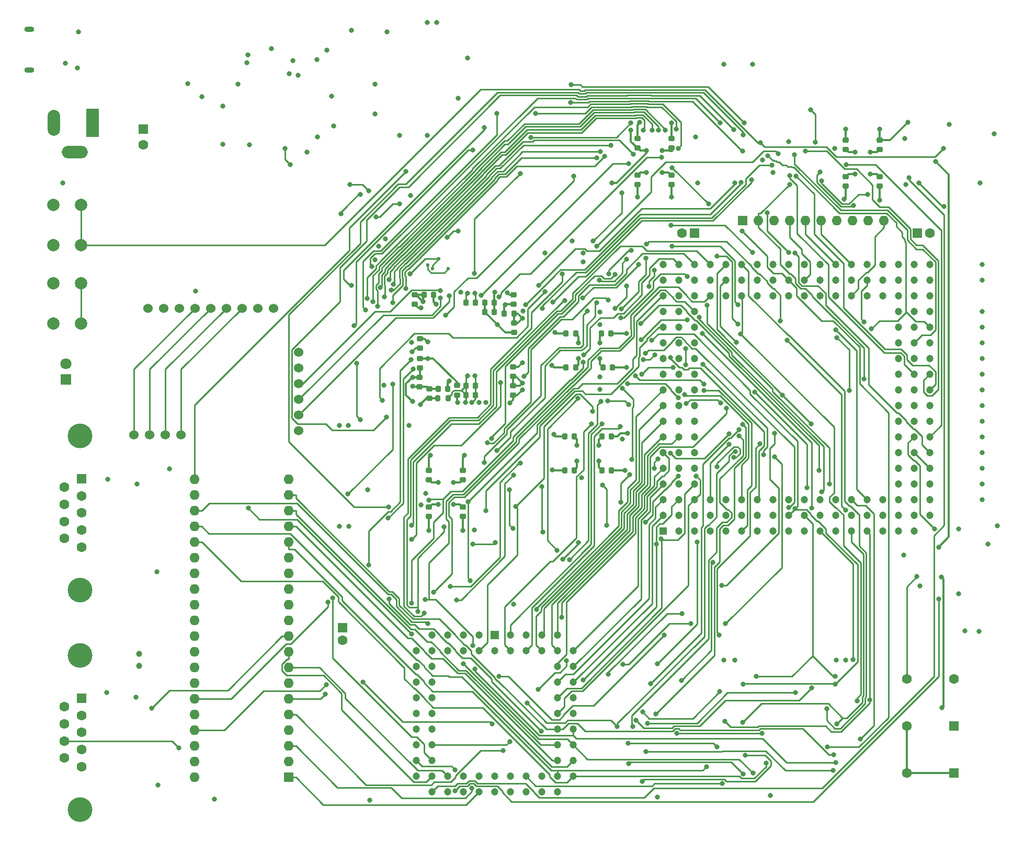
<source format=gbl>
G04 #@! TF.GenerationSoftware,KiCad,Pcbnew,7.0.10*
G04 #@! TF.CreationDate,2024-03-15T17:14:54-07:00*
G04 #@! TF.ProjectId,testboard,74657374-626f-4617-9264-2e6b69636164,rev?*
G04 #@! TF.SameCoordinates,Original*
G04 #@! TF.FileFunction,Copper,L4,Bot*
G04 #@! TF.FilePolarity,Positive*
%FSLAX46Y46*%
G04 Gerber Fmt 4.6, Leading zero omitted, Abs format (unit mm)*
G04 Created by KiCad (PCBNEW 7.0.10) date 2024-03-15 17:14:54*
%MOMM*%
%LPD*%
G01*
G04 APERTURE LIST*
G04 Aperture macros list*
%AMRoundRect*
0 Rectangle with rounded corners*
0 $1 Rounding radius*
0 $2 $3 $4 $5 $6 $7 $8 $9 X,Y pos of 4 corners*
0 Add a 4 corners polygon primitive as box body*
4,1,4,$2,$3,$4,$5,$6,$7,$8,$9,$2,$3,0*
0 Add four circle primitives for the rounded corners*
1,1,$1+$1,$2,$3*
1,1,$1+$1,$4,$5*
1,1,$1+$1,$6,$7*
1,1,$1+$1,$8,$9*
0 Add four rect primitives between the rounded corners*
20,1,$1+$1,$2,$3,$4,$5,0*
20,1,$1+$1,$4,$5,$6,$7,0*
20,1,$1+$1,$6,$7,$8,$9,0*
20,1,$1+$1,$8,$9,$2,$3,0*%
G04 Aperture macros list end*
G04 #@! TA.AperFunction,ComponentPad*
%ADD10O,1.600000X0.900000*%
G04 #@! TD*
G04 #@! TA.AperFunction,ComponentPad*
%ADD11R,1.200000X1.200000*%
G04 #@! TD*
G04 #@! TA.AperFunction,ComponentPad*
%ADD12C,1.200000*%
G04 #@! TD*
G04 #@! TA.AperFunction,ComponentPad*
%ADD13R,1.600000X1.600000*%
G04 #@! TD*
G04 #@! TA.AperFunction,ComponentPad*
%ADD14C,1.600000*%
G04 #@! TD*
G04 #@! TA.AperFunction,ComponentPad*
%ADD15R,2.000000X4.600000*%
G04 #@! TD*
G04 #@! TA.AperFunction,ComponentPad*
%ADD16O,2.000000X4.200000*%
G04 #@! TD*
G04 #@! TA.AperFunction,ComponentPad*
%ADD17O,4.200000X2.000000*%
G04 #@! TD*
G04 #@! TA.AperFunction,ComponentPad*
%ADD18R,1.422400X1.422400*%
G04 #@! TD*
G04 #@! TA.AperFunction,ComponentPad*
%ADD19C,1.000000*%
G04 #@! TD*
G04 #@! TA.AperFunction,ComponentPad*
%ADD20O,1.600000X1.600000*%
G04 #@! TD*
G04 #@! TA.AperFunction,ComponentPad*
%ADD21C,4.000000*%
G04 #@! TD*
G04 #@! TA.AperFunction,ComponentPad*
%ADD22C,2.000000*%
G04 #@! TD*
G04 #@! TA.AperFunction,ComponentPad*
%ADD23R,1.800000X1.800000*%
G04 #@! TD*
G04 #@! TA.AperFunction,ComponentPad*
%ADD24C,1.800000*%
G04 #@! TD*
G04 #@! TA.AperFunction,ComponentPad*
%ADD25C,1.524000*%
G04 #@! TD*
G04 #@! TA.AperFunction,SMDPad,CuDef*
%ADD26RoundRect,0.225000X0.250000X-0.225000X0.250000X0.225000X-0.250000X0.225000X-0.250000X-0.225000X0*%
G04 #@! TD*
G04 #@! TA.AperFunction,SMDPad,CuDef*
%ADD27RoundRect,0.225000X-0.250000X0.225000X-0.250000X-0.225000X0.250000X-0.225000X0.250000X0.225000X0*%
G04 #@! TD*
G04 #@! TA.AperFunction,SMDPad,CuDef*
%ADD28RoundRect,0.225000X0.225000X0.250000X-0.225000X0.250000X-0.225000X-0.250000X0.225000X-0.250000X0*%
G04 #@! TD*
G04 #@! TA.AperFunction,SMDPad,CuDef*
%ADD29RoundRect,0.225000X-0.225000X-0.250000X0.225000X-0.250000X0.225000X0.250000X-0.225000X0.250000X0*%
G04 #@! TD*
G04 #@! TA.AperFunction,SMDPad,CuDef*
%ADD30RoundRect,0.200000X0.200000X0.275000X-0.200000X0.275000X-0.200000X-0.275000X0.200000X-0.275000X0*%
G04 #@! TD*
G04 #@! TA.AperFunction,ViaPad*
%ADD31C,0.800000*%
G04 #@! TD*
G04 #@! TA.AperFunction,ViaPad*
%ADD32C,0.600000*%
G04 #@! TD*
G04 #@! TA.AperFunction,Conductor*
%ADD33C,0.300000*%
G04 #@! TD*
G04 #@! TA.AperFunction,Conductor*
%ADD34C,0.250000*%
G04 #@! TD*
G04 APERTURE END LIST*
D10*
X26575000Y-22350000D03*
X26575000Y-28950000D03*
D11*
X129157500Y-103583000D03*
D12*
X129157500Y-101043000D03*
X129157500Y-98503000D03*
X129157500Y-95963000D03*
X129157500Y-93423000D03*
X129157500Y-90883000D03*
X129157500Y-88343000D03*
X129157500Y-85803000D03*
X129157500Y-83263000D03*
X129157500Y-80723000D03*
X129157500Y-78183000D03*
X129157500Y-75643000D03*
X129157500Y-73103000D03*
X129157500Y-70563000D03*
X129157500Y-68023000D03*
X129157500Y-65483000D03*
X129157500Y-62943000D03*
X129157500Y-60403000D03*
X131697500Y-103583000D03*
X131697500Y-101043000D03*
X131697500Y-98503000D03*
X131697500Y-95963000D03*
X131697500Y-93423000D03*
X131697500Y-90883000D03*
X131697500Y-88343000D03*
X131697500Y-85803000D03*
X131697500Y-83263000D03*
X131697500Y-80723000D03*
X131697500Y-78183000D03*
X131697500Y-75643000D03*
X131697500Y-73103000D03*
X131697500Y-70563000D03*
X131697500Y-68023000D03*
X131697500Y-65483000D03*
X131697500Y-62943000D03*
X131697500Y-60403000D03*
X134237500Y-103583000D03*
X134237500Y-101043000D03*
X134237500Y-98503000D03*
X134237500Y-95963000D03*
X134237500Y-93423000D03*
X134237500Y-90883000D03*
X134237500Y-88343000D03*
X134237500Y-85803000D03*
X134237500Y-83263000D03*
X134237500Y-80723000D03*
X134237500Y-78183000D03*
X134237500Y-75643000D03*
X134237500Y-73103000D03*
X134237500Y-70563000D03*
X134237500Y-68023000D03*
X134237500Y-65483000D03*
X134237500Y-62943000D03*
X134237500Y-60403000D03*
X136777500Y-103583000D03*
X136777500Y-101043000D03*
X136777500Y-98503000D03*
X136777500Y-65483000D03*
X136777500Y-62943000D03*
X136777500Y-60403000D03*
X139317500Y-103583000D03*
X139317500Y-101043000D03*
X139317500Y-98503000D03*
X139317500Y-65483000D03*
X139317500Y-62943000D03*
X139317500Y-60403000D03*
X141857500Y-103583000D03*
X141857500Y-101043000D03*
X141857500Y-98503000D03*
X141857500Y-65483000D03*
X141857500Y-62943000D03*
X141857500Y-60403000D03*
X144397500Y-103583000D03*
X144397500Y-101043000D03*
X144397500Y-98503000D03*
X144397500Y-65483000D03*
X144397500Y-62943000D03*
X144397500Y-60403000D03*
X146937500Y-103583000D03*
X146937500Y-101043000D03*
X146937500Y-98503000D03*
X146937500Y-65483000D03*
X146937500Y-62943000D03*
X146937500Y-60403000D03*
X149477500Y-103583000D03*
X149477500Y-101043000D03*
X149477500Y-98503000D03*
X149477500Y-65483000D03*
X149477500Y-62943000D03*
X149477500Y-60403000D03*
X152017500Y-103583000D03*
X152017500Y-101043000D03*
X152017500Y-98503000D03*
X152017500Y-65483000D03*
X152017500Y-62943000D03*
X152017500Y-60403000D03*
X154557500Y-103583000D03*
X154557500Y-101043000D03*
X154557500Y-98503000D03*
X154557500Y-65483000D03*
X154557500Y-62943000D03*
X154557500Y-60403000D03*
X157097500Y-103583000D03*
X157097500Y-101043000D03*
X157097500Y-98503000D03*
X157097500Y-65483000D03*
X157097500Y-62943000D03*
X157097500Y-60403000D03*
X159637500Y-103583000D03*
X159637500Y-101043000D03*
X159637500Y-98503000D03*
X159637500Y-65483000D03*
X159637500Y-62943000D03*
X159637500Y-60403000D03*
X162177500Y-103583000D03*
X162177500Y-101043000D03*
X162177500Y-98503000D03*
X162177500Y-65483000D03*
X162177500Y-62943000D03*
X162177500Y-60403000D03*
X164717500Y-103583000D03*
X164717500Y-101043000D03*
X164717500Y-98503000D03*
X164717500Y-65483000D03*
X164717500Y-62943000D03*
X164717500Y-60403000D03*
X167257500Y-103583000D03*
X167257500Y-101043000D03*
X167257500Y-98503000D03*
X167257500Y-95963000D03*
X167257500Y-93423000D03*
X167257500Y-90883000D03*
X167257500Y-88343000D03*
X167257500Y-85803000D03*
X167257500Y-83263000D03*
X167257500Y-80723000D03*
X167257500Y-78183000D03*
X167257500Y-75643000D03*
X167257500Y-73103000D03*
X167257500Y-70563000D03*
X167257500Y-68023000D03*
X167257500Y-65483000D03*
X167257500Y-62943000D03*
X167257500Y-60403000D03*
X169797500Y-103583000D03*
X169797500Y-101043000D03*
X169797500Y-98503000D03*
X169797500Y-95963000D03*
X169797500Y-93423000D03*
X169797500Y-90883000D03*
X169797500Y-88343000D03*
X169797500Y-85803000D03*
X169797500Y-83263000D03*
X169797500Y-80723000D03*
X169797500Y-78183000D03*
X169797500Y-75643000D03*
X169797500Y-73103000D03*
X169797500Y-70563000D03*
X169797500Y-68023000D03*
X169797500Y-65483000D03*
X169797500Y-62943000D03*
X169797500Y-60403000D03*
X172337500Y-101043000D03*
X172337500Y-98503000D03*
X172337500Y-95963000D03*
X172337500Y-93423000D03*
X172337500Y-90883000D03*
X172337500Y-88343000D03*
X172337500Y-85803000D03*
X172337500Y-83263000D03*
X172337500Y-80723000D03*
X172337500Y-78183000D03*
X172337500Y-75643000D03*
X172337500Y-73103000D03*
X172337500Y-70563000D03*
X172337500Y-68023000D03*
X172337500Y-65483000D03*
X172337500Y-62943000D03*
X172337500Y-60403000D03*
D13*
X77250000Y-119294900D03*
D14*
X77250000Y-121294900D03*
D15*
X36830000Y-37450000D03*
D16*
X30530000Y-37450000D03*
D17*
X33930000Y-42250000D03*
D18*
X101900000Y-120480000D03*
D12*
X101900000Y-123020000D03*
X99360000Y-120480000D03*
X99360000Y-123020000D03*
X96820000Y-120480000D03*
X96820000Y-123020000D03*
X94280000Y-120480000D03*
X94280000Y-123020000D03*
X91740000Y-120480000D03*
X89200000Y-123020000D03*
X91740000Y-123020000D03*
X89200000Y-125560000D03*
X91740000Y-125560000D03*
X89200000Y-128100000D03*
X91740000Y-128100000D03*
X89200000Y-130640000D03*
X91740000Y-130640000D03*
X89200000Y-133180000D03*
X91740000Y-133180000D03*
X89200000Y-135720000D03*
X91740000Y-135720000D03*
X89200000Y-138260000D03*
X91740000Y-138260000D03*
X89200000Y-140800000D03*
X91740000Y-140800000D03*
X89200000Y-143340000D03*
X91740000Y-145880000D03*
X91740000Y-143340000D03*
X94280000Y-145880000D03*
X94280000Y-143340000D03*
X96820000Y-145880000D03*
X96820000Y-143340000D03*
X99360000Y-145880000D03*
X99360000Y-143340000D03*
X101900000Y-145880000D03*
X101900000Y-143340000D03*
X104440000Y-145880000D03*
X104440000Y-143340000D03*
X106980000Y-145880000D03*
X106980000Y-143340000D03*
X109520000Y-145880000D03*
X109520000Y-143340000D03*
X112060000Y-145880000D03*
X114600000Y-143340000D03*
X112060000Y-143340000D03*
X114600000Y-140800000D03*
X112060000Y-140800000D03*
X114600000Y-138260000D03*
X112060000Y-138260000D03*
X114600000Y-135720000D03*
X112060000Y-135720000D03*
X114600000Y-133180000D03*
X112060000Y-133180000D03*
X114600000Y-130640000D03*
X112060000Y-130640000D03*
X114600000Y-128100000D03*
X112060000Y-128100000D03*
X114600000Y-125560000D03*
X112060000Y-125560000D03*
X114600000Y-123020000D03*
X112060000Y-120480000D03*
X112060000Y-123020000D03*
X109520000Y-120480000D03*
X109520000Y-123020000D03*
X106980000Y-120480000D03*
X106980000Y-123020000D03*
X104440000Y-120480000D03*
X104440000Y-123020000D03*
D13*
X170337500Y-55323000D03*
D14*
X172337500Y-55323000D03*
D19*
X44390000Y-123540000D03*
X44390000Y-125440000D03*
D13*
X68580000Y-143510000D03*
D20*
X68580000Y-140970000D03*
X68580000Y-138430000D03*
X68580000Y-135890000D03*
X68580000Y-133350000D03*
X68580000Y-130810000D03*
X68580000Y-128270000D03*
X68580000Y-125730000D03*
X68580000Y-123190000D03*
X68580000Y-120650000D03*
X68580000Y-118110000D03*
X68580000Y-115570000D03*
X68580000Y-113030000D03*
X68580000Y-110490000D03*
X68580000Y-107950000D03*
X68580000Y-105410000D03*
X68580000Y-102870000D03*
X68580000Y-100330000D03*
X68580000Y-97790000D03*
X68580000Y-95250000D03*
X53340000Y-95250000D03*
X53340000Y-97790000D03*
X53340000Y-100330000D03*
X53340000Y-102870000D03*
X53340000Y-105410000D03*
X53340000Y-107950000D03*
X53340000Y-110490000D03*
X53340000Y-113030000D03*
X53340000Y-115570000D03*
X53340000Y-118110000D03*
X53340000Y-120650000D03*
X53340000Y-123190000D03*
X53340000Y-125730000D03*
X53340000Y-128270000D03*
X53340000Y-130810000D03*
X53340000Y-133350000D03*
X53340000Y-135890000D03*
X53340000Y-138430000D03*
X53340000Y-140970000D03*
X53340000Y-143510000D03*
D21*
X34750000Y-123735000D03*
X34750000Y-148735000D03*
D13*
X35050000Y-130695000D03*
D14*
X35050000Y-133465000D03*
X35050000Y-136235000D03*
X35050000Y-139005000D03*
X35050000Y-141775000D03*
X32210000Y-132080000D03*
X32210000Y-134850000D03*
X32210000Y-137620000D03*
X32210000Y-140390000D03*
D13*
X142082600Y-53291000D03*
D20*
X144622600Y-53291000D03*
X147162600Y-53291000D03*
X149702600Y-53291000D03*
X152242600Y-53291000D03*
X154782600Y-53291000D03*
X157322600Y-53291000D03*
X159862600Y-53291000D03*
X162402600Y-53291000D03*
X164942600Y-53291000D03*
D22*
X30480000Y-70000000D03*
X30480000Y-63500000D03*
X34980000Y-70000000D03*
X34980000Y-63500000D03*
D23*
X32500000Y-79075000D03*
D24*
X32500000Y-76535000D03*
D22*
X30480000Y-57300000D03*
X30480000Y-50800000D03*
X34980000Y-57300000D03*
X34980000Y-50800000D03*
D25*
X45750000Y-67500000D03*
X48290000Y-67500000D03*
X50830000Y-67500000D03*
X53370000Y-67500000D03*
X55910000Y-67500000D03*
X58450000Y-67500000D03*
X60990000Y-67500000D03*
X63530000Y-67500000D03*
X66070000Y-67500000D03*
X70170000Y-74665000D03*
X70170000Y-77205000D03*
X70170000Y-79745000D03*
X70170000Y-82285000D03*
X70170000Y-84825000D03*
X70170000Y-87365000D03*
X43500000Y-88000000D03*
X46040000Y-88000000D03*
X48580000Y-88000000D03*
X51120000Y-88000000D03*
D21*
X34750000Y-88175000D03*
X34750000Y-113175000D03*
D13*
X35050000Y-95135000D03*
D14*
X35050000Y-97905000D03*
X35050000Y-100675000D03*
X35050000Y-103445000D03*
X35050000Y-106215000D03*
X32210000Y-96520000D03*
X32210000Y-99290000D03*
X32210000Y-102060000D03*
X32210000Y-104830000D03*
D13*
X134237500Y-55323000D03*
D14*
X132237500Y-55323000D03*
D13*
X176220000Y-142840000D03*
D14*
X168600000Y-142840000D03*
D13*
X45000000Y-38500000D03*
D14*
X45000000Y-41000000D03*
D13*
X176220000Y-135220000D03*
D14*
X176220000Y-127600000D03*
X168600000Y-127600000D03*
X168600000Y-135220000D03*
D26*
X95800000Y-81575000D03*
X95800000Y-80025000D03*
X91250000Y-101250000D03*
X91250000Y-99700000D03*
X158750000Y-47750000D03*
X158750000Y-46200000D03*
D27*
X105000000Y-65325000D03*
X105000000Y-66875000D03*
X91250000Y-93750000D03*
X91250000Y-95300000D03*
D26*
X96750000Y-101250000D03*
X96750000Y-99700000D03*
X164250000Y-47750000D03*
X164250000Y-46200000D03*
X89800000Y-73978000D03*
X89800000Y-72428000D03*
D27*
X88947500Y-65342000D03*
X88947500Y-66892000D03*
D28*
X120800000Y-93750000D03*
X119250000Y-93750000D03*
D27*
X96750000Y-93750000D03*
X96750000Y-95300000D03*
D29*
X97250000Y-66601000D03*
X98800000Y-66601000D03*
D27*
X164250000Y-40250000D03*
X164250000Y-41800000D03*
D29*
X97250000Y-81575000D03*
X98800000Y-81575000D03*
D27*
X130500000Y-40000000D03*
X130500000Y-41550000D03*
D29*
X113250000Y-93750000D03*
X114800000Y-93750000D03*
D28*
X101850000Y-68125000D03*
X100300000Y-68125000D03*
D29*
X90471500Y-65342000D03*
X92021500Y-65342000D03*
D27*
X104900000Y-80075000D03*
X104900000Y-81625000D03*
D29*
X113250000Y-88250000D03*
X114800000Y-88250000D03*
D26*
X104900000Y-78551000D03*
X104900000Y-77001000D03*
D27*
X105015500Y-69914000D03*
X105015500Y-71464000D03*
D29*
X113475000Y-71625000D03*
X115025000Y-71625000D03*
D27*
X158750000Y-40250000D03*
X158750000Y-41800000D03*
D28*
X105015500Y-68390000D03*
X103465500Y-68390000D03*
D29*
X97250000Y-80075000D03*
X98800000Y-80075000D03*
D28*
X94300000Y-80582000D03*
X92750000Y-80582000D03*
D26*
X89800000Y-77175000D03*
X89800000Y-75625000D03*
X91300000Y-82106000D03*
X91300000Y-80556000D03*
D28*
X120800000Y-88250000D03*
X119250000Y-88250000D03*
X101850000Y-66601000D03*
X100300000Y-66601000D03*
D27*
X125000000Y-40000000D03*
X125000000Y-41550000D03*
D29*
X113475000Y-77125000D03*
X115025000Y-77125000D03*
D26*
X130500000Y-47500000D03*
X130500000Y-45950000D03*
D30*
X94350000Y-82106000D03*
X92700000Y-82106000D03*
D27*
X89700000Y-78675000D03*
X89700000Y-80225000D03*
D28*
X120975000Y-77125000D03*
X119425000Y-77125000D03*
X120725000Y-71625000D03*
X119175000Y-71625000D03*
D26*
X125000000Y-47500000D03*
X125000000Y-45950000D03*
D31*
X34400000Y-28600000D03*
X32400000Y-27800000D03*
X129000000Y-42000000D03*
X84000000Y-80000000D03*
X162750000Y-42250000D03*
X118975000Y-80625000D03*
X102375000Y-70200000D03*
X118975000Y-75625000D03*
X106400000Y-76375000D03*
X56500000Y-147000000D03*
X118900000Y-68125000D03*
X118750000Y-89750000D03*
X110050000Y-58525000D03*
X183250000Y-102750000D03*
X71500000Y-42250000D03*
X168098000Y-107493000D03*
X68615000Y-29500000D03*
X75490000Y-33125000D03*
X139000000Y-124500000D03*
X60365000Y-31250000D03*
X104400000Y-82875000D03*
X88600000Y-80175000D03*
X69273244Y-27408238D03*
X168500000Y-47500000D03*
X162750000Y-45750000D03*
X61750000Y-27750000D03*
X95250000Y-99250000D03*
X92500000Y-21250000D03*
X123954000Y-38653700D03*
X106400000Y-80775000D03*
X175500000Y-37750000D03*
X92750000Y-95750000D03*
X90000000Y-99400000D03*
X177000000Y-113750000D03*
X147000000Y-45500000D03*
X90000000Y-67475000D03*
X92400000Y-66875000D03*
X78250000Y-86500000D03*
X120867000Y-47197700D03*
X128252000Y-146698000D03*
X92750000Y-99250000D03*
X115250000Y-89750000D03*
X78750000Y-22500000D03*
X47250000Y-110250000D03*
X126500000Y-42000000D03*
X160250000Y-45750000D03*
X57922170Y-40942830D03*
X115475000Y-75625000D03*
X104932000Y-115487000D03*
X57865000Y-34750000D03*
X100500000Y-82775000D03*
X118975000Y-73125000D03*
X134800000Y-47200000D03*
X170750000Y-112500000D03*
X73115000Y-27250000D03*
X97500000Y-27000000D03*
X129000000Y-45500000D03*
X91000000Y-21250000D03*
X157250000Y-124500000D03*
X91050000Y-72975000D03*
X156940000Y-41625000D03*
X168316000Y-40000000D03*
X115250000Y-92250000D03*
X149500000Y-40500000D03*
X177000000Y-103250000D03*
X118975000Y-70125000D03*
X95250000Y-95750000D03*
X126500000Y-45500000D03*
X103650000Y-66975000D03*
X81372000Y-96928000D03*
X52240000Y-31125000D03*
X134400000Y-39800000D03*
X91050000Y-75625000D03*
X78300000Y-102850000D03*
X118750000Y-92250000D03*
X116200000Y-58600000D03*
X182750000Y-39250000D03*
X98600000Y-103400000D03*
X43864000Y-130500000D03*
X44000000Y-96000000D03*
X82550000Y-59675000D03*
X143700000Y-28000000D03*
X115475000Y-73125000D03*
X160250000Y-42250000D03*
X47364000Y-144750000D03*
X146552000Y-146448000D03*
X88250000Y-49250000D03*
X178000000Y-119800000D03*
X118975000Y-78625000D03*
X83150000Y-57475000D03*
X180800000Y-73100000D03*
X180800000Y-60400000D03*
X130500000Y-49500000D03*
X180300000Y-119900000D03*
X114450000Y-56625000D03*
X123000000Y-93750000D03*
X181750000Y-105750000D03*
X180800000Y-78180000D03*
X32000000Y-47200000D03*
X180800000Y-88340000D03*
X116200000Y-60000000D03*
X39250000Y-95250000D03*
X84500000Y-22750000D03*
X180800000Y-90880000D03*
X123250000Y-71625000D03*
X123250000Y-77125000D03*
X180800000Y-83260000D03*
X180800000Y-95960000D03*
X180800000Y-68020000D03*
X180800000Y-80720000D03*
X180500000Y-47250000D03*
X49250000Y-93500000D03*
X164250000Y-50000000D03*
X125000000Y-49500000D03*
X158750000Y-124500000D03*
X81682500Y-147237000D03*
X96750000Y-103500000D03*
X180800000Y-70560000D03*
X180800000Y-75640000D03*
X180800000Y-85800000D03*
X180800000Y-98500000D03*
X180800000Y-62940000D03*
X140750000Y-124500000D03*
X39114000Y-129750000D03*
X91250000Y-103500000D03*
X123413000Y-87797000D03*
X76800000Y-102850000D03*
X158475000Y-49870200D03*
X180800000Y-93420000D03*
X170606000Y-47254100D03*
X174691000Y-51040900D03*
X122480000Y-48825900D03*
X100218000Y-92517000D03*
X117870000Y-56622200D03*
X104334000Y-96890000D03*
X116904000Y-67956200D03*
X104847000Y-103157000D03*
X122600000Y-88700000D03*
X108660000Y-116320000D03*
X122283000Y-86650000D03*
X119256000Y-86250000D03*
X117577000Y-86215600D03*
X100510000Y-100340000D03*
X102007000Y-105486000D03*
X98331800Y-105725000D03*
X112964000Y-108205000D03*
X135660000Y-76559500D03*
X115491000Y-105486000D03*
X145466000Y-91212100D03*
X97594800Y-98870500D03*
X97913500Y-111629000D03*
X101430000Y-88602300D03*
X104970000Y-94524800D03*
X121412000Y-62000500D03*
X95750000Y-114740000D03*
X113258000Y-66241200D03*
X89434300Y-116683000D03*
X116177000Y-65877200D03*
X93750000Y-102952000D03*
X125203000Y-60403000D03*
X118889000Y-62985500D03*
X118450000Y-66594100D03*
X102228000Y-90596000D03*
X123225000Y-59568600D03*
X109533000Y-96378400D03*
X109729000Y-103769000D03*
X120035000Y-102664000D03*
X116254000Y-127726000D03*
X119367000Y-96172200D03*
X128094000Y-105717000D03*
X126316000Y-102130000D03*
X131665000Y-94693000D03*
X105269000Y-99601400D03*
X117782000Y-84192400D03*
X125686000Y-78236400D03*
X130771000Y-77147100D03*
X100703000Y-89292400D03*
X120253000Y-66213100D03*
X106083000Y-92614200D03*
X94749900Y-112582000D03*
X91275300Y-98623900D03*
X116248000Y-76269300D03*
X116330000Y-75052400D03*
X88453700Y-115262000D03*
X132793000Y-74017300D03*
X132846000Y-76719800D03*
X124000000Y-58173900D03*
X121434000Y-67535200D03*
X123254000Y-63926200D03*
X120410000Y-61943200D03*
X134541000Y-94719900D03*
X122298000Y-98950100D03*
X128824000Y-104914000D03*
X123746000Y-94429900D03*
X92032700Y-113495000D03*
X112877000Y-61983100D03*
X90485300Y-116912000D03*
X127706000Y-61370900D03*
X126868000Y-63994800D03*
X88472600Y-104938000D03*
X102884000Y-79569400D03*
X106626000Y-78538700D03*
X139826000Y-89585400D03*
X130587000Y-44747800D03*
X136520000Y-50635200D03*
X90668500Y-114722000D03*
X98344300Y-122168000D03*
X88453700Y-102670000D03*
X130430000Y-54066500D03*
X137925000Y-93211700D03*
X143638000Y-58514900D03*
X140616000Y-91703200D03*
X137883000Y-59113600D03*
X141250000Y-70045800D03*
X112774000Y-117561000D03*
X139424000Y-83744800D03*
X141062000Y-73082900D03*
X130367000Y-90993400D03*
X122616000Y-80517600D03*
X124070000Y-91969800D03*
X128312000Y-91904200D03*
X127783000Y-93423000D03*
X148504000Y-81565200D03*
X153151000Y-86212300D03*
X139840000Y-87815900D03*
X124674000Y-78457100D03*
X135782000Y-79796100D03*
X135782000Y-80814300D03*
X120191000Y-82529700D03*
X123582000Y-83132200D03*
X132690000Y-81523800D03*
X141742000Y-71704100D03*
X160631000Y-131119000D03*
X123390000Y-79734700D03*
X132900000Y-82984900D03*
X138485000Y-82822700D03*
X131625000Y-82007600D03*
X155653000Y-132355000D03*
X113990000Y-108236000D03*
X119151000Y-82603000D03*
X125944000Y-75833800D03*
X130363000Y-75524400D03*
X127798000Y-75043400D03*
X142075000Y-86374200D03*
X127998000Y-133245000D03*
X141493000Y-87209200D03*
X127158000Y-128330000D03*
X149484000Y-99789600D03*
X126291000Y-74831800D03*
X131411000Y-136379000D03*
X145208000Y-136375000D03*
X141501000Y-88211200D03*
X124314000Y-135300000D03*
X134657000Y-105359000D03*
X128273000Y-125071000D03*
X157025000Y-128392000D03*
X150514000Y-100006000D03*
X142150000Y-128448000D03*
X127348000Y-72741100D03*
X155793000Y-138594000D03*
X103272000Y-139194000D03*
X141987000Y-55040900D03*
X107130000Y-131502000D03*
X74514300Y-129999000D03*
X101522000Y-134819000D03*
X140884000Y-90701200D03*
X121749000Y-135306000D03*
X80588900Y-128055000D03*
X112036000Y-106704000D03*
X115418000Y-82132800D03*
X137239000Y-108645000D03*
X132114000Y-127805000D03*
X135576000Y-71624500D03*
X144287000Y-127178000D03*
X153212000Y-99848700D03*
X157011000Y-127170000D03*
X125649000Y-72625000D03*
X133073000Y-69401800D03*
X130622000Y-57463000D03*
X159900000Y-124474000D03*
X144004000Y-81097600D03*
X141257000Y-66905600D03*
X152470000Y-96618800D03*
X144834000Y-89506000D03*
X138212000Y-120447000D03*
X129383000Y-120447000D03*
X102612000Y-127139000D03*
X135020000Y-68949900D03*
X154864000Y-97281300D03*
X157273000Y-134874000D03*
X142095000Y-134589000D03*
X149228000Y-72702000D03*
X126368000Y-59412700D03*
X148169000Y-69547100D03*
X122436000Y-67619000D03*
X126510000Y-57126200D03*
X158700000Y-100188000D03*
X125582000Y-69980000D03*
X161121000Y-137330000D03*
X154387000Y-93742900D03*
X153225000Y-129031000D03*
X104362000Y-137685000D03*
X124819000Y-134273000D03*
X122345000Y-69072900D03*
X139195000Y-134438000D03*
X136274000Y-67062600D03*
X162608000Y-130955000D03*
X133076000Y-62398900D03*
X156070000Y-95958100D03*
X139294000Y-118604000D03*
X147180000Y-91569400D03*
X113527000Y-124613000D03*
X159311000Y-80854300D03*
X108976000Y-129237000D03*
X133650000Y-118604000D03*
X122644000Y-125223000D03*
X157313000Y-72261100D03*
X161697000Y-69713700D03*
X120333000Y-126830000D03*
X138649000Y-112380000D03*
X132272000Y-117011000D03*
X147194000Y-87785000D03*
X95508700Y-142259000D03*
X81552400Y-109100000D03*
X95508700Y-145685000D03*
X88399976Y-75800000D03*
X173786000Y-114621000D03*
X159988000Y-50898300D03*
X154584000Y-45418700D03*
X173088000Y-103268000D03*
X150477000Y-42604100D03*
X142145000Y-39434600D03*
X152243000Y-42087500D03*
X84732100Y-99733100D03*
X146129000Y-42827400D03*
X162881000Y-70879900D03*
X98234000Y-145231000D03*
X46361500Y-132269000D03*
X136170000Y-141782000D03*
X126368000Y-139328000D03*
X156684000Y-142410000D03*
X156809000Y-139870000D03*
X107753000Y-39817700D03*
X123976000Y-37478400D03*
X87547600Y-45347600D03*
X98746500Y-125964000D03*
X62031800Y-99900700D03*
X88448800Y-120269000D03*
X157147000Y-141140000D03*
X91097900Y-118589000D03*
X143743000Y-142829000D03*
X96883800Y-125076000D03*
X123626000Y-141323000D03*
X142150000Y-142948000D03*
X145822000Y-141171000D03*
X74952600Y-115121000D03*
X74632900Y-128460000D03*
X138779000Y-144541000D03*
X142444000Y-139949000D03*
X125790000Y-144178000D03*
X109453000Y-136003000D03*
X123509000Y-137965000D03*
X137921000Y-138547000D03*
X84832600Y-114595000D03*
X138320000Y-129630000D03*
X125845000Y-132927000D03*
X150582000Y-129806000D03*
X126675000Y-134745000D03*
X91000000Y-39500000D03*
X139000000Y-28000000D03*
X96400000Y-64875000D03*
X111500000Y-87975000D03*
X86500000Y-39500000D03*
X53500000Y-64750000D03*
X94550000Y-79275000D03*
X88500000Y-73075000D03*
X88600000Y-78675000D03*
X111126000Y-76755300D03*
X82500000Y-36000000D03*
X130500000Y-37500000D03*
X101900000Y-64875000D03*
X174332000Y-132219000D03*
X73250000Y-39750006D03*
X99363200Y-82782700D03*
X84250000Y-56250000D03*
X158750000Y-38500000D03*
X65750000Y-25500000D03*
X90300000Y-66475000D03*
X96000000Y-33500000D03*
X111250000Y-93735800D03*
X62000000Y-26500000D03*
X54500000Y-33250000D03*
X173315000Y-43729700D03*
X111663000Y-71400000D03*
X164250000Y-38500000D03*
X76750000Y-86500000D03*
X82500000Y-31250000D03*
X70115000Y-29750000D03*
X106400000Y-79675000D03*
X125400000Y-37400000D03*
X168800000Y-37400000D03*
X62250000Y-41000000D03*
X88600000Y-82625000D03*
X173795000Y-106197000D03*
X145250000Y-43500000D03*
X174191000Y-111073000D03*
X95900000Y-82775000D03*
X91525000Y-91326100D03*
X74750000Y-25749990D03*
X97025000Y-91344800D03*
X106500000Y-67975000D03*
X116000000Y-95000000D03*
X75679500Y-114410000D03*
X169013000Y-46375100D03*
X149681000Y-46051500D03*
X150685000Y-46075500D03*
X143497000Y-46668400D03*
X111295000Y-66528200D03*
X147780000Y-42441700D03*
X118449000Y-57461900D03*
X141809000Y-47110000D03*
X106946000Y-66961700D03*
X146837000Y-44337000D03*
X109664000Y-67522100D03*
X106400000Y-69175000D03*
X103950000Y-64975000D03*
X88559660Y-74562207D03*
X89900000Y-83075000D03*
X78144200Y-97633000D03*
X85398400Y-79848800D03*
X97200000Y-82775000D03*
X97500000Y-65075000D03*
X97500000Y-78475000D03*
X82672900Y-52737800D03*
X86535600Y-50603300D03*
X88720500Y-77346700D03*
X84682300Y-101500000D03*
X88176800Y-61943200D03*
X95975000Y-54998928D03*
D32*
X92902300Y-59527300D03*
X91874700Y-61135800D03*
D31*
X142036000Y-42013600D03*
X114189000Y-34188100D03*
X94200000Y-56000000D03*
X98700000Y-65075000D03*
X98200000Y-82775000D03*
X98700000Y-78475000D03*
X81500000Y-48500000D03*
X78500000Y-47500000D03*
X76999986Y-52200000D03*
X80126600Y-49071900D03*
X67990000Y-41600000D03*
X68855508Y-44259492D03*
X83398400Y-64115900D03*
X127413000Y-38641700D03*
X114295000Y-31324200D03*
X142307000Y-37462700D03*
X78758100Y-63816100D03*
X100208000Y-38206500D03*
X50820300Y-138723000D03*
X170289000Y-110986000D03*
X98385000Y-41922700D03*
X79593500Y-76451300D03*
X79166900Y-70361100D03*
X80200200Y-85577100D03*
X158842000Y-44239900D03*
X84401900Y-85150400D03*
X140623000Y-38587500D03*
X109076000Y-63778600D03*
X110077000Y-64858800D03*
X149508000Y-58501200D03*
X83738300Y-82447200D03*
X146065000Y-52084000D03*
X140792000Y-47218300D03*
X150516000Y-58593000D03*
X157158000Y-71049400D03*
X154852000Y-46850200D03*
X162296000Y-49040300D03*
X161709000Y-78963600D03*
X149634000Y-47446900D03*
X153781000Y-40596800D03*
X153062000Y-35380100D03*
X120749000Y-41089300D03*
X85492500Y-63613000D03*
X118466000Y-43115300D03*
X85387800Y-66582800D03*
X85158300Y-64615000D03*
X119038000Y-42163800D03*
X84088000Y-65714100D03*
X126000000Y-38657500D03*
X87550400Y-64343500D03*
X119719000Y-42899600D03*
X94000100Y-68618000D03*
X114720000Y-46121400D03*
X84803200Y-62885200D03*
X124345000Y-42567900D03*
X88000000Y-86500000D03*
X90750000Y-97500000D03*
X98631300Y-61856200D03*
X106053000Y-45679600D03*
X138428000Y-37469900D03*
X82017900Y-60761000D03*
X131292000Y-38476200D03*
X108552000Y-35994100D03*
X102243000Y-35994100D03*
X81023400Y-67753700D03*
X131600000Y-41600000D03*
X81299000Y-65947900D03*
X128955000Y-43067600D03*
X102607000Y-65695500D03*
X129551000Y-38632000D03*
X82202200Y-66464200D03*
X99734000Y-65440300D03*
X123601000Y-44083100D03*
X82929200Y-67174700D03*
X128453000Y-38639600D03*
X144944000Y-40672500D03*
X174600000Y-41634600D03*
X93150000Y-65875000D03*
X94573000Y-65548000D03*
X93150000Y-64625000D03*
X75865009Y-38000009D03*
X34500000Y-22750000D03*
D32*
X94400000Y-61125000D03*
X91075000Y-60475000D03*
D33*
X88650000Y-80225000D02*
X88600000Y-80175000D01*
X91050000Y-75625000D02*
X91970800Y-75625000D01*
X115250000Y-88700000D02*
X114800000Y-88250000D01*
X91750000Y-99250000D02*
X91500000Y-99500000D01*
X119425000Y-77075000D02*
X119475000Y-77125000D01*
X163800000Y-45750000D02*
X164250000Y-46200000D01*
X89800000Y-80225000D02*
X90969000Y-80225000D01*
X115475000Y-73125000D02*
X115475000Y-72075000D01*
X89530500Y-67475000D02*
X88947500Y-66892000D01*
X163800000Y-42250000D02*
X164250000Y-41800000D01*
X103466000Y-68390000D02*
X103466000Y-67774700D01*
X126500000Y-45500000D02*
X125450000Y-45500000D01*
X160250000Y-42250000D02*
X159200000Y-42250000D01*
X100300000Y-66601000D02*
X100300000Y-68125000D01*
X118750000Y-89750000D02*
X118750000Y-88750000D01*
X125450000Y-45500000D02*
X125000000Y-45950000D01*
X126446000Y-42000000D02*
X126446000Y-42396100D01*
X160250000Y-45750000D02*
X159200000Y-45750000D01*
X119250000Y-88250000D02*
X119200000Y-88250000D01*
X91700000Y-95750000D02*
X91250000Y-95300000D01*
X89800000Y-72428000D02*
X90503000Y-72428000D01*
X123954000Y-40504200D02*
X123954000Y-38653700D01*
X100300000Y-68125000D02*
X102375000Y-70200000D01*
X96300000Y-95750000D02*
X96750000Y-95300000D01*
X126500000Y-42000000D02*
X126446000Y-42000000D01*
X89700000Y-80225000D02*
X88650000Y-80225000D01*
X129000000Y-42000000D02*
X130050000Y-42000000D01*
X89800000Y-75625000D02*
X91050000Y-75625000D01*
X159200000Y-42250000D02*
X158750000Y-41800000D01*
X103466000Y-67159500D02*
X103650000Y-66975000D01*
X104900000Y-81625000D02*
X104900000Y-82375000D01*
X91970800Y-75625000D02*
X95800000Y-79454200D01*
X96750000Y-99750000D02*
X96750000Y-99700000D01*
X105000000Y-66875000D02*
X103750000Y-66875000D01*
X125000000Y-41550000D02*
X123954000Y-40504200D01*
X118750000Y-93250000D02*
X119250000Y-93750000D01*
X126446000Y-42000000D02*
X125450000Y-42000000D01*
X118975000Y-72125000D02*
X119475000Y-71625000D01*
X104900000Y-82375000D02*
X104400000Y-82875000D01*
X105774000Y-77001000D02*
X106400000Y-76375000D01*
X125450000Y-42000000D02*
X125000000Y-41550000D01*
X159200000Y-45750000D02*
X158750000Y-46200000D01*
X130130000Y-41920200D02*
X130300000Y-42090800D01*
X130130000Y-41920200D02*
X130500000Y-41550000D01*
X119425000Y-77075000D02*
X119425000Y-77125000D01*
X96250000Y-99250000D02*
X96750000Y-99750000D01*
X95250000Y-95750000D02*
X96300000Y-95750000D01*
X118975000Y-73125000D02*
X118975000Y-72125000D01*
X104900000Y-77001000D02*
X105774000Y-77001000D01*
X103466000Y-67775200D02*
X103466000Y-68390000D01*
X104900000Y-81625000D02*
X105550000Y-81625000D01*
X91450000Y-99500000D02*
X91250000Y-99700000D01*
X90000000Y-67475000D02*
X89530500Y-67475000D01*
X92021500Y-66496500D02*
X92400000Y-66875000D01*
X95800000Y-79454200D02*
X95800000Y-80025000D01*
X92750000Y-95750000D02*
X91700000Y-95750000D01*
X118975000Y-75625000D02*
X118975000Y-76625000D01*
X92021500Y-65342000D02*
X92021500Y-66496500D01*
X105550000Y-81625000D02*
X106400000Y-80775000D01*
X126446000Y-42396100D02*
X121644000Y-47197700D01*
X91300000Y-80556000D02*
X92724000Y-80556000D01*
X105016000Y-71464000D02*
X103639000Y-71464000D01*
X92750000Y-99250000D02*
X91750000Y-99250000D01*
X115250000Y-93300000D02*
X114800000Y-93750000D01*
X115475000Y-72075000D02*
X115025000Y-71625000D01*
X162750000Y-45750000D02*
X163800000Y-45750000D01*
X130050000Y-45500000D02*
X130500000Y-45950000D01*
X90969000Y-80225000D02*
X91300000Y-80556000D01*
X95250000Y-99250000D02*
X96250000Y-99250000D01*
X91500000Y-99500000D02*
X91250000Y-99750000D01*
X162750000Y-42250000D02*
X163800000Y-42250000D01*
X91500000Y-99500000D02*
X91450000Y-99500000D01*
X115250000Y-89750000D02*
X115250000Y-88700000D01*
X130300000Y-42090800D02*
X130590000Y-42090800D01*
X118750000Y-92250000D02*
X118750000Y-93250000D01*
X121644000Y-47197700D02*
X120867000Y-47197700D01*
X115475000Y-75625000D02*
X115475000Y-76675000D01*
X90503000Y-72428000D02*
X91050000Y-72975000D01*
X103750000Y-66875000D02*
X103650000Y-66975000D01*
X130050000Y-42000000D02*
X130130000Y-41920200D01*
X118750000Y-88750000D02*
X119250000Y-88250000D01*
X103466000Y-67774700D02*
X103466000Y-67159500D01*
X103639000Y-71464000D02*
X102375000Y-70200000D01*
X115475000Y-76675000D02*
X115025000Y-77125000D01*
X129000000Y-45500000D02*
X130050000Y-45500000D01*
X119475000Y-71625000D02*
X119425000Y-71625000D01*
X115250000Y-92250000D02*
X115250000Y-93300000D01*
X92724000Y-80556000D02*
X92750000Y-80582000D01*
X103466000Y-67774700D02*
X103466000Y-67775200D01*
X119425000Y-71625000D02*
X119175000Y-71625000D01*
X118975000Y-76625000D02*
X119425000Y-77075000D01*
X122269000Y-87800000D02*
X122931000Y-87800000D01*
X158750000Y-47750000D02*
X158750000Y-49750000D01*
X130500000Y-47500000D02*
X130500000Y-49500000D01*
X121819000Y-88250000D02*
X122269000Y-87800000D01*
X120800000Y-93750000D02*
X123000000Y-93750000D01*
X96750000Y-101250000D02*
X96750000Y-103500000D01*
X122931000Y-87800000D02*
X122934000Y-87797000D01*
X158630000Y-49870200D02*
X158475000Y-49870200D01*
X164250000Y-47750000D02*
X164250000Y-50000000D01*
X158750000Y-49750000D02*
X158630000Y-49870200D01*
X120750000Y-93750000D02*
X120800000Y-93750000D01*
X123250000Y-71625000D02*
X120725000Y-71625000D01*
X125000000Y-47500000D02*
X125000000Y-49500000D01*
X120975000Y-77125000D02*
X123250000Y-77125000D01*
X91250000Y-101250000D02*
X91250000Y-103500000D01*
X120800000Y-88250000D02*
X121819000Y-88250000D01*
X122934000Y-87797000D02*
X123413000Y-87797000D01*
X120750000Y-88250000D02*
X120800000Y-88250000D01*
D34*
X34980000Y-70000000D02*
X34980000Y-63500000D01*
X174691000Y-51040900D02*
X174393000Y-51040900D01*
X174393000Y-51040900D02*
X170606000Y-47254100D01*
X112325000Y-73874900D02*
X115812000Y-73874900D01*
X115812000Y-73874900D02*
X116260000Y-73427300D01*
X103864000Y-87835500D02*
X103864000Y-87196500D01*
X122480000Y-52011900D02*
X122480000Y-48825900D01*
X100218000Y-92517000D02*
X100218000Y-91481400D01*
X104334000Y-102644000D02*
X104334000Y-96890000D01*
X109397000Y-76802800D02*
X112325000Y-73874900D01*
X104847000Y-103157000D02*
X104334000Y-102644000D01*
X117870000Y-56622200D02*
X122480000Y-52011900D01*
X109397000Y-81663700D02*
X109397000Y-76802800D01*
X116260000Y-68600000D02*
X116904000Y-67956200D01*
X100218000Y-91481400D02*
X103864000Y-87835500D01*
X103864000Y-87196500D02*
X109397000Y-81663700D01*
X116260000Y-73427300D02*
X116260000Y-68600000D01*
X127367000Y-102834000D02*
X127367000Y-115333000D01*
X129158000Y-101043000D02*
X127367000Y-102834000D01*
X127367000Y-115333000D02*
X114600000Y-128100000D01*
X126915000Y-114566000D02*
X114650000Y-126830000D01*
X113330000Y-126830000D02*
X112060000Y-128100000D01*
X127947000Y-101528000D02*
X126915000Y-102560000D01*
X127947000Y-99713300D02*
X127947000Y-101528000D01*
X114650000Y-126830000D02*
X113330000Y-126830000D01*
X129158000Y-98503000D02*
X127947000Y-99713300D01*
X126915000Y-102560000D02*
X126915000Y-114566000D01*
X125589000Y-114571000D02*
X114600000Y-125560000D01*
X127043000Y-100374000D02*
X125589000Y-101828000D01*
X127043000Y-98218100D02*
X127043000Y-100374000D01*
X129158000Y-95963000D02*
X129158000Y-96104000D01*
X125589000Y-101828000D02*
X125589000Y-114571000D01*
X129158000Y-96104000D02*
X127043000Y-98218100D01*
X124685000Y-101454000D02*
X124685000Y-103912000D01*
X113501000Y-123611000D02*
X112060000Y-125052000D01*
X112060000Y-125052000D02*
X112060000Y-125560000D01*
X126140000Y-97843700D02*
X126140000Y-99999500D01*
X126140000Y-99999500D02*
X124685000Y-101454000D01*
X129158000Y-93423000D02*
X127743000Y-94837800D01*
X127743000Y-94837800D02*
X127743000Y-96240600D01*
X127743000Y-96240600D02*
X126140000Y-97843700D01*
X113501000Y-115096000D02*
X113501000Y-123611000D01*
X124685000Y-103912000D02*
X113501000Y-115096000D01*
X129047000Y-94693000D02*
X128195000Y-95545700D01*
X129239000Y-94693000D02*
X129047000Y-94693000D01*
X125137000Y-112483000D02*
X114600000Y-123020000D01*
X126592000Y-100187000D02*
X125137000Y-101641000D01*
X130111000Y-91836400D02*
X130111000Y-93821400D01*
X128195000Y-96427800D02*
X126592000Y-98030900D01*
X129158000Y-90883000D02*
X130111000Y-91836400D01*
X130111000Y-93821400D02*
X129239000Y-94693000D01*
X128195000Y-95545700D02*
X128195000Y-96427800D01*
X125137000Y-101641000D02*
X125137000Y-112483000D01*
X126592000Y-98030900D02*
X126592000Y-100187000D01*
X111113000Y-115566000D02*
X111113000Y-122073000D01*
X129046000Y-88343000D02*
X126152000Y-91236700D01*
X126152000Y-95913800D02*
X124784000Y-97282100D01*
X129158000Y-88343000D02*
X129157500Y-88343000D01*
X123329000Y-103350000D02*
X111113000Y-115566000D01*
X124784000Y-99437900D02*
X123329000Y-100892000D01*
X123329000Y-100892000D02*
X123329000Y-103350000D01*
X129157500Y-88343000D02*
X129046000Y-88343000D01*
X126152000Y-91236700D02*
X126152000Y-95913800D01*
X124784000Y-97282100D02*
X124784000Y-99437900D01*
X111113000Y-122073000D02*
X112060000Y-123020000D01*
X124332000Y-97094900D02*
X124332000Y-99250700D01*
X122877000Y-100705000D02*
X122877000Y-103163000D01*
X109894000Y-120106000D02*
X109520000Y-120480000D01*
X124332000Y-99250700D02*
X122877000Y-100705000D01*
X129158000Y-85803000D02*
X125700000Y-89260200D01*
X122877000Y-103163000D02*
X109894000Y-116147000D01*
X125700000Y-95726600D02*
X124332000Y-97094900D01*
X109894000Y-116147000D02*
X109894000Y-120106000D01*
X125700000Y-89260200D02*
X125700000Y-95726600D01*
X108588000Y-122088000D02*
X109520000Y-123020000D01*
X122426000Y-100518000D02*
X122426000Y-102976000D01*
X123880000Y-99063500D02*
X122426000Y-100518000D01*
X109442000Y-116566000D02*
X108588000Y-117420000D01*
X125248000Y-87172100D02*
X125248000Y-95539300D01*
X125248000Y-95539300D02*
X123880000Y-96907600D01*
X129158000Y-83263000D02*
X125248000Y-87172100D01*
X108588000Y-117420000D02*
X108588000Y-122088000D01*
X123880000Y-96907600D02*
X123880000Y-99063500D01*
X109442000Y-115959000D02*
X109442000Y-116566000D01*
X122426000Y-102976000D02*
X109442000Y-115959000D01*
X108660000Y-116102000D02*
X108660000Y-116320000D01*
X124796000Y-95285800D02*
X123428000Y-96654100D01*
X123428000Y-96654100D02*
X123428000Y-98876300D01*
X124796000Y-85084000D02*
X124796000Y-95285800D01*
X121974000Y-100331000D02*
X121974000Y-102789000D01*
X123428000Y-98876300D02*
X121974000Y-100331000D01*
X129158000Y-80723000D02*
X124796000Y-85084000D01*
X121974000Y-102789000D02*
X108660000Y-116102000D01*
X107907000Y-122093000D02*
X107907000Y-116023000D01*
X117991000Y-105939000D02*
X117991000Y-88246000D01*
X117991000Y-88246000D02*
X119251000Y-86985700D01*
X121947000Y-86985700D02*
X122283000Y-86650000D01*
X119251000Y-86985700D02*
X121947000Y-86985700D01*
X106980000Y-123020000D02*
X107907000Y-122093000D01*
X107907000Y-116023000D02*
X117991000Y-105939000D01*
X117537000Y-87969000D02*
X119256000Y-86250000D01*
X104440000Y-118851000D02*
X117537000Y-105753000D01*
X117537000Y-105753000D02*
X117537000Y-87969000D01*
X104440000Y-120480000D02*
X104440000Y-118851000D01*
X116301000Y-93670900D02*
X115147000Y-94824900D01*
X111338000Y-108498000D02*
X110861000Y-108498000D01*
X115147000Y-104689000D02*
X111338000Y-108498000D01*
X117577000Y-86215600D02*
X116301000Y-87491300D01*
X115147000Y-94824900D02*
X115147000Y-104689000D01*
X103495000Y-115864000D02*
X103495000Y-122075000D01*
X110861000Y-108498000D02*
X103495000Y-115864000D01*
X116301000Y-87491300D02*
X116301000Y-93670900D01*
X103495000Y-122075000D02*
X104440000Y-123020000D01*
X109237000Y-88393800D02*
X109237000Y-86611600D01*
X126602000Y-72700100D02*
X126602000Y-72458200D01*
X125195000Y-76901400D02*
X125195000Y-75496300D01*
X114906000Y-80942700D02*
X116105000Y-80942700D01*
X116557000Y-81394500D02*
X120702000Y-81394500D01*
X125195000Y-75496300D02*
X125386000Y-75305900D01*
X100510000Y-97121100D02*
X109237000Y-88393800D01*
X125386000Y-73916700D02*
X126602000Y-72700100D01*
X100510000Y-100340000D02*
X100510000Y-97121100D01*
X125386000Y-75305900D02*
X125386000Y-73916700D01*
X128497000Y-70563000D02*
X129157500Y-70563000D01*
X116105000Y-80942700D02*
X116557000Y-81394500D01*
X120702000Y-81394500D02*
X125195000Y-76901400D01*
X109237000Y-86611600D02*
X114906000Y-80942700D01*
X126602000Y-72458200D02*
X128497000Y-70563000D01*
X129157500Y-70563000D02*
X129158000Y-70563000D01*
X115491000Y-105678000D02*
X115491000Y-105486000D01*
X145466000Y-90540900D02*
X146013000Y-89994300D01*
X101768000Y-105725000D02*
X102007000Y-105486000D01*
X146013000Y-89994300D02*
X146013000Y-86912400D01*
X145466000Y-91212100D02*
X145466000Y-90540900D01*
X146013000Y-86912400D02*
X135660000Y-76559500D01*
X98331800Y-105725000D02*
X101768000Y-105725000D01*
X112964000Y-108205000D02*
X115491000Y-105678000D01*
X97594800Y-98870500D02*
X108785000Y-87680400D01*
X124855000Y-69679000D02*
X129051000Y-65483000D01*
X108785000Y-87680400D02*
X108785000Y-86424400D01*
X124855000Y-70281000D02*
X124855000Y-69679000D01*
X124883000Y-75169800D02*
X124883000Y-70308600D01*
X108785000Y-86424400D02*
X114719000Y-80490700D01*
X124883000Y-70308600D02*
X124855000Y-70281000D01*
X129051000Y-65483000D02*
X129157500Y-65483000D01*
X121753000Y-79694100D02*
X124290000Y-77157000D01*
X97594800Y-98870500D02*
X97594800Y-111310000D01*
X124290000Y-77157000D02*
X124290000Y-75762200D01*
X129157500Y-65483000D02*
X129158000Y-65483000D01*
X115346000Y-80490700D02*
X116143000Y-79694100D01*
X116143000Y-79694100D02*
X121753000Y-79694100D01*
X124290000Y-75762200D02*
X124883000Y-75169800D01*
X97594800Y-111310000D02*
X97913500Y-111629000D01*
X114719000Y-80490700D02*
X115346000Y-80490700D01*
X103568000Y-95927300D02*
X103568000Y-107657000D01*
X103640000Y-76966100D02*
X103640000Y-86142100D01*
X114993000Y-65350000D02*
X114993000Y-66173300D01*
X96484800Y-114740000D02*
X95750000Y-114740000D01*
X121381000Y-62000600D02*
X120712000Y-62670100D01*
X119602000Y-62670100D02*
X119190000Y-62258600D01*
X121412000Y-62000500D02*
X121381000Y-62000500D01*
X112757000Y-68408700D02*
X112198000Y-68408700D01*
X112198000Y-68408700D02*
X103640000Y-76966100D01*
X118084000Y-62258600D02*
X114993000Y-65350000D01*
X101430000Y-88352500D02*
X101430000Y-88602300D01*
X114993000Y-66173300D02*
X112757000Y-68408700D01*
X103568000Y-107657000D02*
X96484800Y-114740000D01*
X120712000Y-62670100D02*
X119602000Y-62670100D01*
X104970000Y-94524800D02*
X103568000Y-95927300D01*
X103640000Y-86142100D02*
X101430000Y-88352500D01*
X119190000Y-62258600D02*
X118084000Y-62258600D01*
X121381000Y-62000500D02*
X121381000Y-62000600D01*
X101705000Y-77610900D02*
X113075000Y-66241200D01*
X125203000Y-60515900D02*
X125203000Y-60403000D01*
X88407700Y-92045800D02*
X94765700Y-85687800D01*
X121555000Y-64164300D02*
X125203000Y-60515900D01*
X88407700Y-92097400D02*
X88407700Y-92045800D01*
X89434300Y-108027000D02*
X93750000Y-103711000D01*
X89434300Y-116683000D02*
X89434300Y-116002000D01*
X88139200Y-116002000D02*
X87726600Y-115590000D01*
X89434300Y-116002000D02*
X88139200Y-116002000D01*
X88300000Y-101142000D02*
X88300000Y-92205100D01*
X101705000Y-83242700D02*
X101705000Y-77610900D01*
X99260100Y-85687800D02*
X101705000Y-83242700D01*
X89434300Y-116002000D02*
X89434300Y-108027000D01*
X117890000Y-64164300D02*
X121555000Y-64164300D01*
X116177000Y-65877200D02*
X117890000Y-64164300D01*
X94765700Y-85687800D02*
X99260100Y-85687800D01*
X93750000Y-103711000D02*
X93750000Y-102952000D01*
X113075000Y-66241200D02*
X113258000Y-66241200D01*
X88300000Y-92205100D02*
X88407700Y-92097400D01*
X87726600Y-115590000D02*
X87726600Y-101716000D01*
X87726600Y-101716000D02*
X88300000Y-101142000D01*
X119069000Y-63165000D02*
X121276000Y-63165000D01*
X102228000Y-90596000D02*
X104475000Y-88349000D01*
X122622000Y-60171600D02*
X123225000Y-59568600D01*
X116354000Y-74037400D02*
X116797000Y-73594300D01*
X112512000Y-74327000D02*
X116000000Y-74327000D01*
X122622000Y-61818500D02*
X122622000Y-60171600D01*
X116797000Y-73594300D02*
X116797000Y-70217200D01*
X116289000Y-74037400D02*
X116354000Y-74037400D01*
X109533000Y-103573000D02*
X109729000Y-103769000D01*
X104475000Y-87542900D02*
X110008000Y-82010100D01*
X121276000Y-63165000D02*
X122622000Y-61818500D01*
X116000000Y-74327000D02*
X116289000Y-74037400D01*
X109533000Y-96378400D02*
X109533000Y-103573000D01*
X118172000Y-66872300D02*
X118450000Y-66594100D01*
X116797000Y-70217200D02*
X118172000Y-68842100D01*
X110008000Y-76831000D02*
X112512000Y-74327000D01*
X110008000Y-82010100D02*
X110008000Y-76831000D01*
X118172000Y-68842100D02*
X118172000Y-66872300D01*
X118889000Y-62985500D02*
X119069000Y-63165000D01*
X104475000Y-88349000D02*
X104475000Y-87542900D01*
X129129000Y-102441000D02*
X128632000Y-102441000D01*
X128632000Y-102441000D02*
X128094000Y-102979000D01*
X130574000Y-99626900D02*
X130574000Y-100996000D01*
X128094000Y-105717000D02*
X128094000Y-115886000D01*
X128094000Y-115886000D02*
X116254000Y-127726000D01*
X120035000Y-96839900D02*
X119367000Y-96172200D01*
X128094000Y-102979000D02*
X128094000Y-105717000D01*
X131698000Y-98503000D02*
X130574000Y-99626900D01*
X130574000Y-100996000D02*
X129129000Y-102441000D01*
X120035000Y-102664000D02*
X120035000Y-96839900D01*
X112047000Y-115272000D02*
X112047000Y-120467000D01*
X130536000Y-89504200D02*
X128524000Y-89504200D01*
X128524000Y-89504200D02*
X126604000Y-91423900D01*
X112047000Y-120467000D02*
X112060000Y-120480000D01*
X126604000Y-91423900D02*
X126604000Y-96101000D01*
X125236000Y-97469300D02*
X125236000Y-99625100D01*
X131698000Y-88343000D02*
X130536000Y-89504200D01*
X123781000Y-101080000D02*
X123781000Y-103538000D01*
X123781000Y-103538000D02*
X112047000Y-115272000D01*
X125236000Y-99625100D02*
X123781000Y-101080000D01*
X126604000Y-96101000D02*
X125236000Y-97469300D01*
X127495000Y-98835300D02*
X127495000Y-100950000D01*
X130561000Y-95878700D02*
X129507000Y-96933000D01*
X129398000Y-96933000D02*
X127495000Y-98835300D01*
X131665000Y-94693000D02*
X131567000Y-94693000D01*
X131567000Y-94693000D02*
X130561000Y-95699000D01*
X129507000Y-96933000D02*
X129398000Y-96933000D01*
X127495000Y-100950000D02*
X126316000Y-102130000D01*
X130561000Y-95699000D02*
X130561000Y-95878700D01*
X126775000Y-77147100D02*
X125686000Y-78236400D01*
X105574000Y-99906500D02*
X105269000Y-99601400D01*
X109848000Y-86639800D02*
X115093000Y-81394600D01*
X109848000Y-95022300D02*
X109848000Y-86639800D01*
X117782000Y-83466900D02*
X117782000Y-84192400D01*
X100712000Y-112328000D02*
X105574000Y-107466000D01*
X99360000Y-123020000D02*
X100712000Y-121668000D01*
X105574000Y-107466000D02*
X105574000Y-99906500D01*
X115710000Y-81394600D02*
X117782000Y-83466900D01*
X100712000Y-121668000D02*
X100712000Y-112328000D01*
X115093000Y-81394600D02*
X115710000Y-81394600D01*
X130771000Y-77147100D02*
X126775000Y-77147100D01*
X105269000Y-99601400D02*
X109848000Y-95022300D01*
X107763000Y-74258400D02*
X107763000Y-82658200D01*
X103412000Y-87648200D02*
X101690000Y-89370100D01*
X114490000Y-69312500D02*
X112709000Y-69312500D01*
X105810000Y-92614200D02*
X102734000Y-95690700D01*
X119907000Y-65867200D02*
X117935000Y-65867200D01*
X98004100Y-112582000D02*
X94749900Y-112582000D01*
X112709000Y-69312500D02*
X107763000Y-74258400D01*
X120253000Y-66213100D02*
X119907000Y-65867200D01*
X102734000Y-107852000D02*
X98004100Y-112582000D01*
X117935000Y-65867200D02*
X114490000Y-69312500D01*
X107763000Y-82658200D02*
X103412000Y-87009200D01*
X102734000Y-95690700D02*
X102734000Y-107852000D01*
X101690000Y-89370100D02*
X100781000Y-89370100D01*
X103412000Y-87009200D02*
X103412000Y-87648200D01*
X106083000Y-92614200D02*
X105810000Y-92614200D01*
X100781000Y-89370100D02*
X100703000Y-89292400D01*
X117336000Y-74046800D02*
X117336000Y-70698700D01*
X114155000Y-79135000D02*
X114278000Y-79135000D01*
X94850800Y-97196300D02*
X96655800Y-97196300D01*
X88453700Y-115262000D02*
X88453700Y-108368000D01*
X91416300Y-98482900D02*
X91275300Y-98623900D01*
X116330000Y-75052400D02*
X117336000Y-74046800D01*
X126979000Y-60987800D02*
X128499000Y-59468000D01*
X121844000Y-68345900D02*
X122737000Y-68345900D01*
X122737000Y-68345900D02*
X125706000Y-65377000D01*
X116248000Y-77165000D02*
X116248000Y-76269300D01*
X125706000Y-65377000D02*
X125706000Y-63363700D01*
X92051300Y-102125000D02*
X93564200Y-100612000D01*
X92051300Y-104771000D02*
X92051300Y-102125000D01*
X114278000Y-79135000D02*
X116248000Y-77165000D01*
X93564200Y-100612000D02*
X93564200Y-98482900D01*
X126979000Y-62090400D02*
X126979000Y-60987800D01*
X128499000Y-59468000D02*
X130762000Y-59468000D01*
X117336000Y-70698700D02*
X119013000Y-69020800D01*
X88453700Y-108368000D02*
X92051300Y-104771000D01*
X119013000Y-69020800D02*
X121169000Y-69020800D01*
X104927000Y-88925000D02*
X104927000Y-88362800D01*
X93564200Y-98482900D02*
X91416300Y-98482900D01*
X93564200Y-98482900D02*
X94850800Y-97196300D01*
X96655800Y-97196300D02*
X104927000Y-88925000D01*
X130762000Y-59468000D02*
X131698000Y-60403000D01*
X125706000Y-63363700D02*
X126979000Y-62090400D01*
X104927000Y-88362800D02*
X114155000Y-79135000D01*
X121169000Y-69020800D02*
X121844000Y-68345900D01*
X123592000Y-58173900D02*
X120410000Y-61355700D01*
X123254000Y-65714300D02*
X123254000Y-63926200D01*
X132846000Y-76719800D02*
X132846000Y-74070300D01*
X120410000Y-61355700D02*
X120410000Y-61943200D01*
X121434000Y-67535200D02*
X123254000Y-65714300D01*
X132846000Y-74070300D02*
X132793000Y-74017300D01*
X124000000Y-58173900D02*
X123592000Y-58173900D01*
X133251000Y-112395000D02*
X133251000Y-99489400D01*
X135164000Y-97576100D02*
X135164000Y-95343400D01*
X133251000Y-99489400D02*
X134238000Y-98503000D01*
X134238000Y-98503000D02*
X135164000Y-97576100D01*
X113223000Y-132017000D02*
X113223000Y-130688000D01*
X135164000Y-95343400D02*
X134541000Y-94719900D01*
X116135000Y-129512000D02*
X133251000Y-112395000D01*
X113223000Y-130688000D02*
X114399000Y-129512000D01*
X112060000Y-133180000D02*
X113223000Y-132017000D01*
X114399000Y-129512000D02*
X116135000Y-129512000D01*
X113640000Y-129060000D02*
X112060000Y-130640000D01*
X122298000Y-95877700D02*
X122298000Y-98950100D01*
X134238000Y-95963000D02*
X132631000Y-97569300D01*
X131568000Y-105026000D02*
X128935000Y-105026000D01*
X115947000Y-129060000D02*
X113640000Y-129060000D01*
X132631000Y-103963000D02*
X131568000Y-105026000D01*
X128935000Y-105026000D02*
X128824000Y-104914000D01*
X132631000Y-97569300D02*
X132631000Y-103963000D01*
X128935000Y-116072000D02*
X115947000Y-129060000D01*
X128935000Y-105026000D02*
X128935000Y-116072000D01*
X123746000Y-94429900D02*
X122298000Y-95877700D01*
X94990400Y-101645000D02*
X94492400Y-101147000D01*
X105831000Y-89299400D02*
X105831000Y-88737200D01*
X124431000Y-70495800D02*
X124403000Y-70468200D01*
X132624000Y-66409900D02*
X134238000Y-68023000D01*
X124403000Y-68877300D02*
X128724000Y-64556100D01*
X94990400Y-110537000D02*
X94990400Y-101645000D01*
X119172000Y-74394100D02*
X122177000Y-74394100D01*
X129556000Y-64556100D02*
X130771000Y-65770900D01*
X117469000Y-76097100D02*
X119172000Y-74394100D01*
X105831000Y-88737200D02*
X114529000Y-80038800D01*
X95368300Y-98100100D02*
X97030200Y-98100100D01*
X130771000Y-65866900D02*
X131314000Y-66409900D01*
X94492400Y-101147000D02*
X94492400Y-98976000D01*
X124403000Y-70468200D02*
X124403000Y-68877300D01*
X117469000Y-77221600D02*
X117469000Y-76097100D01*
X114529000Y-80038800D02*
X114652000Y-80038800D01*
X124431000Y-72140000D02*
X124431000Y-70495800D01*
X94492400Y-98976000D02*
X95368300Y-98100100D01*
X131314000Y-66409900D02*
X132624000Y-66409900D01*
X92032700Y-113495000D02*
X94990400Y-110537000D01*
X130771000Y-65770900D02*
X130771000Y-65866900D01*
X122177000Y-74394100D02*
X124431000Y-72140000D01*
X97030200Y-98100100D02*
X105831000Y-89299400D01*
X128724000Y-64556100D02*
X129556000Y-64556100D01*
X114652000Y-80038800D02*
X117469000Y-77221600D01*
X101253000Y-77339000D02*
X107826000Y-70766000D01*
X101253000Y-83055600D02*
X101253000Y-77339000D01*
X107826000Y-70766000D02*
X107826000Y-68232600D01*
X107826000Y-68232600D02*
X112877000Y-63182100D01*
X87850000Y-100728000D02*
X87850000Y-91942800D01*
X99099600Y-85209200D02*
X101253000Y-83055600D01*
X87231300Y-101347000D02*
X87850000Y-100728000D01*
X126868000Y-63994800D02*
X126868000Y-63125700D01*
X89983400Y-117414000D02*
X88881000Y-117414000D01*
X126868000Y-63125700D02*
X127706000Y-62287700D01*
X90485300Y-116912000D02*
X89983400Y-117414000D01*
X87850000Y-91942800D02*
X94583600Y-85209200D01*
X127706000Y-62287700D02*
X127706000Y-61370900D01*
X88881000Y-117414000D02*
X87231300Y-115764000D01*
X112877000Y-63182100D02*
X112877000Y-61983100D01*
X94583600Y-85209200D02*
X99099600Y-85209200D01*
X87231300Y-115764000D02*
X87231300Y-101347000D01*
X107311000Y-74024800D02*
X112476000Y-68860600D01*
X92085800Y-89692100D02*
X89200000Y-92577900D01*
X89200000Y-92577900D02*
X89200000Y-104210000D01*
X112476000Y-68860600D02*
X112982000Y-68860600D01*
X132520000Y-58685800D02*
X134238000Y-60403000D01*
X121368000Y-63712400D02*
X123234000Y-61846400D01*
X123234000Y-61846400D02*
X123234000Y-61287200D01*
X106626000Y-78538700D02*
X107311000Y-77853000D01*
X125835000Y-58685800D02*
X132520000Y-58685800D01*
X117279000Y-63712400D02*
X121368000Y-63712400D01*
X107311000Y-77853000D02*
X107311000Y-74024800D01*
X96534000Y-89692100D02*
X92085800Y-89692100D01*
X123234000Y-61287200D02*
X125835000Y-58685800D01*
X102884000Y-83342100D02*
X96534000Y-89692100D01*
X115445000Y-66397400D02*
X115445000Y-65546400D01*
X89200000Y-104210000D02*
X88472600Y-104938000D01*
X115445000Y-65546400D02*
X117279000Y-63712400D01*
X112982000Y-68860600D02*
X115445000Y-66397400D01*
X102884000Y-79569400D02*
X102884000Y-83342100D01*
X139826000Y-89585400D02*
X136778000Y-92634300D01*
X136520000Y-50635200D02*
X130633000Y-44747800D01*
X136778000Y-92634300D02*
X136778000Y-98503000D01*
X130633000Y-44747800D02*
X130587000Y-44747800D01*
X128489000Y-64083100D02*
X131613000Y-64083100D01*
X105379000Y-89112200D02*
X105379000Y-88550000D01*
X98344300Y-120683000D02*
X92382900Y-114722000D01*
X133854000Y-66415200D02*
X135845000Y-66415200D01*
X117017000Y-77034500D02*
X117017000Y-75908400D01*
X135845000Y-66415200D02*
X136778000Y-65483000D01*
X118983000Y-73942200D02*
X121989000Y-73942200D01*
X91251800Y-114722000D02*
X90668500Y-114722000D01*
X121989000Y-73942200D02*
X123979000Y-71952500D01*
X94039000Y-98790300D02*
X95181100Y-97648200D01*
X114342000Y-79586900D02*
X114465000Y-79586900D01*
X123979000Y-70971600D02*
X123951000Y-70944000D01*
X131613000Y-64083100D02*
X132955000Y-65424800D01*
X123979000Y-71952500D02*
X123979000Y-70971600D01*
X94484900Y-102097000D02*
X94039000Y-101651000D01*
X91251800Y-114722000D02*
X91251800Y-108762000D01*
X117017000Y-75908400D02*
X118983000Y-73942200D01*
X98344300Y-122168000D02*
X98344300Y-120683000D01*
X92382900Y-114722000D02*
X91251800Y-114722000D01*
X114465000Y-79586900D02*
X117017000Y-77034500D01*
X132955000Y-65424800D02*
X132955000Y-65515400D01*
X95181100Y-97648200D02*
X96843000Y-97648200D01*
X91251800Y-108762000D02*
X94484900Y-105529000D01*
X123951000Y-68621100D02*
X128489000Y-64083100D01*
X105379000Y-88550000D02*
X114342000Y-79586900D01*
X132955000Y-65515400D02*
X133854000Y-66415200D01*
X96843000Y-97648200D02*
X105379000Y-89112200D01*
X94484900Y-105529000D02*
X94484900Y-102097000D01*
X94039000Y-101651000D02*
X94039000Y-98790300D01*
X123951000Y-70944000D02*
X123951000Y-68621100D01*
X136778000Y-60403000D02*
X134564000Y-58189900D01*
X102157000Y-83429900D02*
X99315000Y-86272000D01*
X99315000Y-86272000D02*
X94869500Y-86272000D01*
X88750000Y-102374000D02*
X88453700Y-102670000D01*
X126529000Y-58189900D02*
X125786000Y-57446800D01*
X112570000Y-67956800D02*
X112010000Y-67956800D01*
X88750000Y-92391500D02*
X88750000Y-102374000D01*
X122219000Y-57446800D02*
X114541000Y-65124500D01*
X134564000Y-58189900D02*
X126529000Y-58189900D01*
X102157000Y-77810200D02*
X102157000Y-83429900D01*
X114541000Y-65124500D02*
X114541000Y-65986100D01*
X94869500Y-86272000D02*
X88750000Y-92391500D01*
X114541000Y-65986100D02*
X112570000Y-67956800D01*
X112010000Y-67956800D02*
X102157000Y-77810200D01*
X125786000Y-57446800D02*
X122219000Y-57446800D01*
X140948000Y-91703200D02*
X141612000Y-91038700D01*
X140616000Y-91703200D02*
X140948000Y-91703200D01*
X140580000Y-89974300D02*
X137925000Y-92629500D01*
X141240000Y-89974300D02*
X140580000Y-89974300D01*
X141612000Y-91038700D02*
X141612000Y-90346600D01*
X139190000Y-54066500D02*
X143638000Y-58514900D01*
X141612000Y-90346600D02*
X141240000Y-89974300D01*
X137925000Y-92629500D02*
X137925000Y-93211700D01*
X130430000Y-54066500D02*
X139190000Y-54066500D01*
X140337000Y-69133100D02*
X141250000Y-70045800D01*
X139410000Y-59113600D02*
X140337000Y-60040200D01*
X137883000Y-59113600D02*
X139410000Y-59113600D01*
X140337000Y-60040200D02*
X140337000Y-69133100D01*
X128711000Y-89956100D02*
X134021000Y-89956100D01*
X112774000Y-117561000D02*
X112774000Y-115184000D01*
X125688000Y-97656500D02*
X127056000Y-96288200D01*
X124233000Y-101267000D02*
X125688000Y-99812300D01*
X127056000Y-91611100D02*
X128711000Y-89956100D01*
X125688000Y-99812300D02*
X125688000Y-97656500D01*
X112774000Y-115184000D02*
X124233000Y-103725000D01*
X141062000Y-73082900D02*
X138383000Y-70404300D01*
X138383000Y-63877300D02*
X139318000Y-62943000D01*
X127056000Y-96288200D02*
X127056000Y-91611100D01*
X138383000Y-70404300D02*
X138383000Y-63877300D01*
X139424000Y-84552400D02*
X139424000Y-83744800D01*
X124233000Y-103725000D02*
X124233000Y-101267000D01*
X134021000Y-89956100D02*
X139424000Y-84552400D01*
X124188000Y-83664000D02*
X124364000Y-83488400D01*
X135841000Y-91815300D02*
X131189000Y-91815300D01*
X127783000Y-93423000D02*
X127783000Y-92433600D01*
X131189000Y-91815300D02*
X130367000Y-90993400D01*
X124364000Y-82264800D02*
X122616000Y-80517600D01*
X124364000Y-83488400D02*
X124364000Y-82264800D01*
X137880000Y-70929200D02*
X148504000Y-81553200D01*
X139318000Y-60403000D02*
X137880000Y-61840600D01*
X153151000Y-86212300D02*
X148504000Y-81565200D01*
X139840000Y-87815900D02*
X135841000Y-91815300D01*
X124188000Y-91851400D02*
X124188000Y-83664000D01*
X127783000Y-92433600D02*
X128312000Y-91904200D01*
X137880000Y-61840600D02*
X137880000Y-70929200D01*
X148504000Y-81553200D02*
X148504000Y-81565200D01*
X124070000Y-91969800D02*
X124188000Y-91851400D01*
X143471000Y-86103400D02*
X138182000Y-80814300D01*
X143471000Y-96250300D02*
X143471000Y-86103400D01*
X141858000Y-103583000D02*
X142784000Y-102656000D01*
X125354000Y-79136500D02*
X135123000Y-79136500D01*
X142784000Y-96937000D02*
X143471000Y-96250300D01*
X142784000Y-102656000D02*
X142784000Y-96937000D01*
X124674000Y-78457100D02*
X125354000Y-79136500D01*
X135123000Y-79136500D02*
X135782000Y-79796100D01*
X138182000Y-80814300D02*
X135782000Y-80814300D01*
X122979000Y-82529700D02*
X123582000Y-83132200D01*
X132857000Y-81690400D02*
X132690000Y-81523800D01*
X143019000Y-86290600D02*
X138419000Y-81690400D01*
X143019000Y-91774200D02*
X143019000Y-86290600D01*
X141858000Y-92935900D02*
X143019000Y-91774200D01*
X120191000Y-82529700D02*
X122979000Y-82529700D01*
X141858000Y-98503000D02*
X141858000Y-92935900D01*
X138419000Y-81690400D02*
X132857000Y-81690400D01*
X130480000Y-80659200D02*
X129555000Y-79734700D01*
X141984000Y-71462700D02*
X141984000Y-65609000D01*
X131625000Y-82007600D02*
X130480000Y-80862900D01*
X157160000Y-99773000D02*
X157036000Y-99773000D01*
X156833000Y-97415200D02*
X156833000Y-86795000D01*
X132900000Y-82984900D02*
X133553000Y-82332300D01*
X158368000Y-105937000D02*
X158368000Y-100981000D01*
X156125000Y-98861900D02*
X156125000Y-98122800D01*
X129555000Y-79734700D02*
X123390000Y-79734700D01*
X156833000Y-86795000D02*
X141742000Y-71704100D01*
X161164000Y-108733000D02*
X158368000Y-105937000D01*
X156125000Y-98122800D02*
X156833000Y-97415200D01*
X158368000Y-100981000D02*
X157160000Y-99773000D01*
X160631000Y-130626000D02*
X161164000Y-130093000D01*
X137994000Y-82332300D02*
X138485000Y-82822700D01*
X160631000Y-131119000D02*
X160631000Y-130626000D01*
X161164000Y-130093000D02*
X161164000Y-108733000D01*
X141742000Y-71704100D02*
X141984000Y-71462700D01*
X157036000Y-99773000D02*
X156125000Y-98861900D01*
X130480000Y-80862900D02*
X130480000Y-80659200D01*
X133553000Y-82332300D02*
X137994000Y-82332300D01*
X141984000Y-65609000D02*
X141858000Y-65483000D01*
X161881000Y-130654000D02*
X162068000Y-130467000D01*
X156972000Y-135601000D02*
X157856000Y-135601000D01*
X158544000Y-80915200D02*
X149603000Y-71974600D01*
X160908000Y-105987000D02*
X160908000Y-100988000D01*
X162068000Y-130467000D02*
X162068000Y-107147000D01*
X159346000Y-99578000D02*
X158544000Y-98775300D01*
X143017000Y-65486400D02*
X143017000Y-61562600D01*
X158544000Y-98775300D02*
X158544000Y-80915200D01*
X159498000Y-99578000D02*
X159346000Y-99578000D01*
X161881000Y-131576000D02*
X161881000Y-130654000D01*
X155653000Y-134282000D02*
X156972000Y-135601000D01*
X160908000Y-100988000D02*
X159498000Y-99578000D01*
X149505000Y-71974600D02*
X143017000Y-65486400D01*
X157856000Y-135601000D02*
X161881000Y-131576000D01*
X155653000Y-132355000D02*
X155653000Y-134282000D01*
X162068000Y-107147000D02*
X160908000Y-105987000D01*
X143017000Y-61562600D02*
X141858000Y-60403000D01*
X149603000Y-71974600D02*
X149505000Y-71974600D01*
X117058000Y-105168000D02*
X117058000Y-87786000D01*
X118529000Y-86314900D02*
X118529000Y-83224900D01*
X117058000Y-87786000D02*
X118529000Y-86314900D01*
X113990000Y-108236000D02*
X117058000Y-105168000D01*
X118529000Y-83224900D02*
X119151000Y-82603000D01*
X131768000Y-77113900D02*
X130363000Y-75708400D01*
X133147000Y-77446700D02*
X132545000Y-77446700D01*
X135206000Y-77199300D02*
X133395000Y-77199300D01*
X144398000Y-98503000D02*
X144696000Y-98204600D01*
X133395000Y-77199300D02*
X133147000Y-77446700D01*
X145561000Y-89807100D02*
X145561000Y-87554300D01*
X145561000Y-87554300D02*
X135206000Y-77199300D01*
X132212000Y-77113900D02*
X131768000Y-77113900D01*
X130363000Y-75708400D02*
X130363000Y-75524400D01*
X144696000Y-98204600D02*
X144696000Y-90672300D01*
X127798000Y-75043400D02*
X127008000Y-75833800D01*
X144696000Y-90672300D02*
X145561000Y-89807100D01*
X127008000Y-75833800D02*
X125944000Y-75833800D01*
X132545000Y-77446700D02*
X132212000Y-77113900D01*
X142567000Y-91587000D02*
X142567000Y-86866700D01*
X138934000Y-102656000D02*
X139702000Y-102656000D01*
X142567000Y-86866700D02*
X142075000Y-86374200D01*
X127998000Y-133245000D02*
X137465000Y-123778000D01*
X140696000Y-93458000D02*
X142567000Y-91587000D01*
X137465000Y-123778000D02*
X137465000Y-109447000D01*
X139702000Y-102656000D02*
X140696000Y-101662000D01*
X138303000Y-108609000D02*
X138303000Y-103286000D01*
X138303000Y-103286000D02*
X138934000Y-102656000D01*
X140696000Y-101662000D02*
X140696000Y-93458000D01*
X137465000Y-109447000D02*
X138303000Y-108609000D01*
X140135000Y-88549500D02*
X139830000Y-88549500D01*
X135399000Y-120089000D02*
X127158000Y-128330000D01*
X141493000Y-87209200D02*
X141475000Y-87209200D01*
X135636000Y-92743200D02*
X135636000Y-102774000D01*
X135636000Y-102774000D02*
X135399000Y-103012000D01*
X141475000Y-87209200D02*
X140135000Y-88549500D01*
X135399000Y-103012000D02*
X135399000Y-120089000D01*
X139830000Y-88549500D02*
X135636000Y-92743200D01*
X132624000Y-72815400D02*
X132624000Y-72719000D01*
X133840000Y-74030800D02*
X132624000Y-72815400D01*
X131299000Y-72176100D02*
X130627000Y-72848200D01*
X150426000Y-98952700D02*
X150426000Y-89982100D01*
X130627000Y-72944400D02*
X129255000Y-74316500D01*
X150426000Y-89982100D02*
X134474000Y-74030800D01*
X149589000Y-99789600D02*
X150426000Y-98952700D01*
X149484000Y-99789600D02*
X149589000Y-99789600D01*
X126807000Y-74316500D02*
X126291000Y-74831800D01*
X129255000Y-74316500D02*
X126807000Y-74316500D01*
X130627000Y-72848200D02*
X130627000Y-72944400D01*
X132082000Y-72176100D02*
X131299000Y-72176100D01*
X134474000Y-74030800D02*
X133840000Y-74030800D01*
X132624000Y-72719000D02*
X132082000Y-72176100D01*
X124092000Y-135078000D02*
X124092000Y-133473000D01*
X140244000Y-100659000D02*
X139702000Y-100116000D01*
X124314000Y-135300000D02*
X124092000Y-135078000D01*
X145204000Y-136379000D02*
X145208000Y-136375000D01*
X138746000Y-102204000D02*
X139467000Y-102204000D01*
X140244000Y-101427000D02*
X140244000Y-100659000D01*
X136512000Y-121053000D02*
X136512000Y-108344000D01*
X139467000Y-102204000D02*
X140244000Y-101427000D01*
X138344000Y-95171300D02*
X142115000Y-91399800D01*
X137834000Y-103117000D02*
X138746000Y-102204000D01*
X139702000Y-100116000D02*
X139544000Y-100116000D01*
X139544000Y-100116000D02*
X138344000Y-98916200D01*
X124092000Y-133473000D02*
X136512000Y-121053000D01*
X142115000Y-91399800D02*
X142115000Y-88825500D01*
X142115000Y-88825500D02*
X141501000Y-88211200D01*
X131411000Y-136379000D02*
X145204000Y-136379000D01*
X137834000Y-107022000D02*
X137834000Y-103117000D01*
X136512000Y-108344000D02*
X137834000Y-107022000D01*
X138344000Y-98916200D02*
X138344000Y-95171300D01*
X128273000Y-125071000D02*
X134657000Y-118687000D01*
X134657000Y-118687000D02*
X134657000Y-105359000D01*
X150921000Y-89043000D02*
X150921000Y-99599300D01*
X143277000Y-80813800D02*
X143277000Y-81398600D01*
X153101000Y-100984000D02*
X154098000Y-101981000D01*
X127348000Y-72741100D02*
X128384000Y-71704700D01*
X160676000Y-109063000D02*
X160676000Y-124740000D01*
X149478000Y-101043000D02*
X150427000Y-100093000D01*
X156937000Y-128304000D02*
X142294000Y-128304000D01*
X143277000Y-81398600D02*
X150921000Y-89043000D01*
X157025000Y-128392000D02*
X156937000Y-128304000D01*
X152396000Y-100093000D02*
X153101000Y-100798000D01*
X155543000Y-103929000D02*
X160676000Y-109063000D01*
X128384000Y-71704700D02*
X134168000Y-71704700D01*
X150427000Y-100093000D02*
X152396000Y-100093000D01*
X142294000Y-128304000D02*
X142150000Y-128448000D01*
X155543000Y-103244000D02*
X155543000Y-103929000D01*
X154279000Y-101981000D02*
X155543000Y-103244000D01*
X134168000Y-71704700D02*
X143277000Y-80813800D01*
X154098000Y-101981000D02*
X154279000Y-101981000D01*
X150921000Y-99599300D02*
X150514000Y-100006000D01*
X160676000Y-124740000D02*
X157025000Y-128392000D01*
X153101000Y-100798000D02*
X153101000Y-100984000D01*
X81105800Y-144749000D02*
X69706900Y-133350000D01*
X95550100Y-143253000D02*
X95550100Y-143506000D01*
X160982000Y-73843400D02*
X156739000Y-69600300D01*
X147024000Y-61832300D02*
X146007000Y-60815000D01*
X69706900Y-133350000D02*
X68580000Y-133350000D01*
X91647500Y-144749000D02*
X81105800Y-144749000D01*
X160982000Y-79764900D02*
X160982000Y-73843400D01*
X103272000Y-139194000D02*
X99609000Y-139194000D01*
X160886000Y-138594000D02*
X165649000Y-133830000D01*
X94788900Y-144267000D02*
X92129300Y-144267000D01*
X146007000Y-60815000D02*
X146007000Y-59061100D01*
X149478000Y-62943000D02*
X148367000Y-61832300D01*
X149478000Y-62992000D02*
X149478000Y-62943000D01*
X95550100Y-143506000D02*
X94788900Y-144267000D01*
X92129300Y-144267000D02*
X91647500Y-144749000D01*
X165649000Y-133830000D02*
X165649000Y-84432300D01*
X155793000Y-138594000D02*
X160886000Y-138594000D01*
X148367000Y-61832300D02*
X147024000Y-61832300D01*
X150748000Y-64262100D02*
X149478000Y-62992000D01*
X146007000Y-59061100D02*
X141987000Y-55040900D01*
X154806000Y-69600300D02*
X150748000Y-65541800D01*
X99609000Y-139194000D02*
X95550100Y-143253000D01*
X156739000Y-69600300D02*
X154806000Y-69600300D01*
X165649000Y-84432300D02*
X160982000Y-79764900D01*
X150748000Y-65541800D02*
X150748000Y-64262100D01*
X80588900Y-128055000D02*
X87009700Y-134476000D01*
X110281000Y-134653000D02*
X113319000Y-134653000D01*
X113715000Y-134257000D02*
X120701000Y-134257000D01*
X101179000Y-134476000D02*
X101522000Y-134819000D01*
X87009700Y-134476000D02*
X101179000Y-134476000D01*
X73703600Y-130810000D02*
X74514300Y-129999000D01*
X121749000Y-134791000D02*
X135851000Y-120690000D01*
X139889000Y-92275200D02*
X139889000Y-91402200D01*
X140884000Y-90701300D02*
X140884000Y-90701200D01*
X68580000Y-130810000D02*
X73703600Y-130810000D01*
X136509000Y-102656000D02*
X137852000Y-101313000D01*
X140590000Y-90701300D02*
X140884000Y-90701300D01*
X121749000Y-135306000D02*
X121749000Y-134791000D01*
X137852000Y-101313000D02*
X137852000Y-94311900D01*
X136394000Y-102656000D02*
X136509000Y-102656000D01*
X120701000Y-134257000D02*
X121749000Y-135306000D01*
X137852000Y-94311900D02*
X139889000Y-92275200D01*
X113319000Y-134653000D02*
X113715000Y-134257000D01*
X139889000Y-91402200D02*
X140590000Y-90701300D01*
X135851000Y-103199000D02*
X136394000Y-102656000D01*
X107130000Y-131502000D02*
X110281000Y-134653000D01*
X135851000Y-120690000D02*
X135851000Y-103199000D01*
X137013000Y-122905000D02*
X132114000Y-127805000D01*
X110490000Y-105158000D02*
X110490000Y-87060200D01*
X137013000Y-108871000D02*
X137013000Y-122905000D01*
X137239000Y-108645000D02*
X137013000Y-108871000D01*
X112036000Y-106704000D02*
X110490000Y-105158000D01*
X110490000Y-87060200D02*
X115418000Y-82132800D01*
X125649000Y-72625000D02*
X128872000Y-69401800D01*
X156700000Y-127170000D02*
X157011000Y-127170000D01*
X153380000Y-102405000D02*
X152018000Y-101043000D01*
X144287000Y-127178000D02*
X150051000Y-127178000D01*
X128872000Y-69401800D02*
X133073000Y-69401800D01*
X153212000Y-89260300D02*
X153212000Y-99848700D01*
X153380000Y-123850000D02*
X156700000Y-127170000D01*
X135576000Y-71624500D02*
X153212000Y-89260300D01*
X153380000Y-123850000D02*
X153380000Y-102405000D01*
X150051000Y-127178000D02*
X153380000Y-123850000D01*
X140789000Y-66437700D02*
X141257000Y-66905600D01*
X138419000Y-57463000D02*
X140789000Y-59832700D01*
X152470000Y-89563700D02*
X152470000Y-96618800D01*
X154558000Y-103583000D02*
X159900000Y-108926000D01*
X144004000Y-81097600D02*
X152470000Y-89563700D01*
X140789000Y-59832700D02*
X140789000Y-66437700D01*
X159900000Y-108926000D02*
X159900000Y-124474000D01*
X130622000Y-57463000D02*
X138419000Y-57463000D01*
X102612000Y-127139000D02*
X104139000Y-127139000D01*
X137917000Y-109684000D02*
X143246000Y-104354000D01*
X117920000Y-131910000D02*
X129383000Y-120447000D01*
X104139000Y-127139000D02*
X111144000Y-134144000D01*
X143246000Y-104354000D02*
X143246000Y-97354600D01*
X111144000Y-134144000D02*
X112407000Y-134144000D01*
X113040000Y-133424000D02*
X114553000Y-131910000D01*
X144145000Y-96455900D02*
X144145000Y-90195100D01*
X112407000Y-134144000D02*
X113040000Y-133512000D01*
X143246000Y-97354600D02*
X144145000Y-96455900D01*
X114553000Y-131910000D02*
X117920000Y-131910000D01*
X113040000Y-133512000D02*
X113040000Y-133424000D01*
X144145000Y-90195100D02*
X144834000Y-89506000D01*
X138212000Y-120447000D02*
X137917000Y-120152000D01*
X137917000Y-120152000D02*
X137917000Y-109684000D01*
X155148000Y-96996800D02*
X155148000Y-89876600D01*
X154864000Y-97281300D02*
X155148000Y-96996800D01*
X155148000Y-89876600D02*
X140306000Y-75034900D01*
X135020000Y-69348000D02*
X135020000Y-68949900D01*
X140306000Y-74633800D02*
X135020000Y-69348000D01*
X140306000Y-75034900D02*
X140306000Y-74633800D01*
X158026000Y-81499400D02*
X149228000Y-72702000D01*
X146994000Y-64336700D02*
X146007000Y-63349800D01*
X159638000Y-103583000D02*
X159638000Y-105356000D01*
X158894000Y-133883000D02*
X158265000Y-133883000D01*
X146007000Y-63349800D02*
X146007000Y-63176900D01*
X158700000Y-100188000D02*
X158026000Y-99514400D01*
X147103000Y-64336700D02*
X146994000Y-64336700D01*
X161616000Y-130280000D02*
X161429000Y-130467000D01*
X161616000Y-107334000D02*
X161616000Y-130280000D01*
X125232000Y-63198300D02*
X126368000Y-62062500D01*
X122436000Y-67619000D02*
X125232000Y-64822700D01*
X158026000Y-99514400D02*
X158026000Y-81499400D01*
X144788000Y-61957900D02*
X144610000Y-61957900D01*
X161429000Y-130467000D02*
X161429000Y-131348000D01*
X146007000Y-63176900D02*
X144788000Y-61957900D01*
X148169000Y-69547100D02*
X148169000Y-65402800D01*
X155963000Y-131581000D02*
X158265000Y-133883000D01*
X161429000Y-131348000D02*
X158894000Y-133883000D01*
X148169000Y-65402800D02*
X147103000Y-64336700D01*
X142095000Y-134589000D02*
X145103000Y-131581000D01*
X144610000Y-61957900D02*
X143469000Y-60816900D01*
X139468000Y-56695600D02*
X126940000Y-56695600D01*
X145103000Y-131581000D02*
X155963000Y-131581000D01*
X143469000Y-60696500D02*
X139468000Y-56695600D01*
X126940000Y-56695600D02*
X126510000Y-57126200D01*
X143469000Y-60816900D02*
X143469000Y-60696500D01*
X158265000Y-133883000D02*
X157273000Y-134874000D01*
X126368000Y-62062500D02*
X126368000Y-59412700D01*
X125232000Y-64822700D02*
X125232000Y-63198300D01*
X159638000Y-105356000D02*
X161616000Y-107334000D01*
X132968000Y-68114900D02*
X132968000Y-67951600D01*
X132069000Y-67052700D02*
X128509000Y-67052700D01*
X163337000Y-100837000D02*
X163337000Y-135114000D01*
X128509000Y-67052700D02*
X125582000Y-69980000D01*
X134494000Y-69483700D02*
X134336000Y-69483700D01*
X154387000Y-89754900D02*
X139854000Y-75222100D01*
X160622000Y-99488000D02*
X161988000Y-99488000D01*
X163337000Y-135114000D02*
X161121000Y-137330000D01*
X139854000Y-74844400D02*
X134494000Y-69483700D01*
X161988000Y-99488000D02*
X163337000Y-100837000D01*
X139854000Y-75222100D02*
X139854000Y-74844400D01*
X159638000Y-98503000D02*
X160622000Y-99488000D01*
X134336000Y-69483700D02*
X132968000Y-68114900D01*
X132968000Y-67951600D02*
X132069000Y-67052700D01*
X154387000Y-93742900D02*
X154387000Y-89754900D01*
X164943000Y-53291000D02*
X164943000Y-54417900D01*
X163448000Y-60484700D02*
X162259000Y-61673000D01*
X162259000Y-61673000D02*
X162096000Y-61673000D01*
X91740000Y-138260000D02*
X103787000Y-138260000D01*
X130922000Y-135200000D02*
X130589000Y-135533000D01*
X160800000Y-64320300D02*
X159638000Y-65483000D01*
X162096000Y-61673000D02*
X160800000Y-62968600D01*
X153225000Y-129031000D02*
X151206000Y-131050000D01*
X130589000Y-135533000D02*
X126079000Y-135533000D01*
X151206000Y-131050000D02*
X139228000Y-131050000D01*
X135078000Y-135200000D02*
X130922000Y-135200000D01*
X164943000Y-54417900D02*
X163448000Y-55912900D01*
X139228000Y-131050000D02*
X135078000Y-135200000D01*
X126079000Y-135533000D02*
X124819000Y-134273000D01*
X103787000Y-138260000D02*
X104362000Y-137685000D01*
X160800000Y-62968600D02*
X160800000Y-64320300D01*
X163448000Y-55912900D02*
X163448000Y-60484700D01*
X136274000Y-69962200D02*
X136274000Y-67062600D01*
X127595000Y-63133600D02*
X128756000Y-61972300D01*
X146889000Y-80577100D02*
X136274000Y-69962200D01*
X144548000Y-135368000D02*
X140124000Y-135368000D01*
X122345000Y-69072900D02*
X122818000Y-69072900D01*
X146889000Y-80978200D02*
X146889000Y-80577100D01*
X128756000Y-61972300D02*
X132650000Y-61972300D01*
X144720000Y-135196000D02*
X144548000Y-135368000D01*
X162608000Y-131490000D02*
X158009000Y-136088000D01*
X156374000Y-136088000D02*
X155481000Y-135196000D01*
X156070000Y-90159300D02*
X146889000Y-80978200D01*
X162608000Y-104013000D02*
X162608000Y-130955000D01*
X162178000Y-103583000D02*
X162608000Y-104013000D01*
X162608000Y-130955000D02*
X162608000Y-131490000D01*
X140124000Y-135368000D02*
X139195000Y-134438000D01*
X127595000Y-64295900D02*
X127595000Y-63133600D01*
X158009000Y-136088000D02*
X156374000Y-136088000D01*
X156070000Y-95958100D02*
X156070000Y-90159300D01*
X122818000Y-69072900D02*
X127595000Y-64295900D01*
X132650000Y-61972300D02*
X133076000Y-62398900D01*
X155481000Y-135196000D02*
X144720000Y-135196000D01*
X123579000Y-125223000D02*
X130198000Y-118604000D01*
X112470000Y-126538000D02*
X113527000Y-125481000D01*
X159311000Y-80854300D02*
X159311000Y-74259000D01*
X139294000Y-118604000D02*
X148372000Y-109525000D01*
X130198000Y-118604000D02*
X133650000Y-118604000D01*
X122644000Y-125223000D02*
X123579000Y-125223000D01*
X148372000Y-92761400D02*
X147180000Y-91569400D01*
X108976000Y-129237000D02*
X111676000Y-126538000D01*
X159311000Y-74259000D02*
X157313000Y-72261100D01*
X111676000Y-126538000D02*
X112470000Y-126538000D01*
X148372000Y-109525000D02*
X148372000Y-92761400D01*
X113527000Y-125481000D02*
X113527000Y-124613000D01*
X147194000Y-89452200D02*
X147194000Y-87785000D01*
X162178000Y-62943000D02*
X162178000Y-63790300D01*
X162178000Y-63790300D02*
X161237000Y-64730900D01*
X120333000Y-126506000D02*
X129828000Y-117011000D01*
X139465000Y-112380000D02*
X147872000Y-103973000D01*
X161237000Y-64730900D02*
X161237000Y-69254000D01*
X146427000Y-90219800D02*
X147194000Y-89452200D01*
X138649000Y-112380000D02*
X139465000Y-112380000D01*
X147872000Y-103973000D02*
X147872000Y-96702900D01*
X161237000Y-69254000D02*
X161697000Y-69713700D01*
X147872000Y-96702900D02*
X146427000Y-95257400D01*
X120333000Y-126830000D02*
X120333000Y-126506000D01*
X146427000Y-95257400D02*
X146427000Y-90219800D01*
X129828000Y-117011000D02*
X132272000Y-117011000D01*
X97933000Y-144504000D02*
X97503800Y-144934000D01*
X89200000Y-140800000D02*
X90126900Y-141727000D01*
X102323000Y-144934000D02*
X98964400Y-144934000D01*
X94976800Y-141727000D02*
X95508700Y-142259000D01*
X97503800Y-144934000D02*
X96259800Y-144934000D01*
X90126900Y-141727000D02*
X94976800Y-141727000D01*
X85033200Y-100460000D02*
X86617500Y-98875700D01*
X84665400Y-100460000D02*
X85033200Y-100460000D01*
X81552400Y-109100000D02*
X81552400Y-103573000D01*
X103170000Y-145926000D02*
X103170000Y-145781000D01*
X153467000Y-147429000D02*
X104673000Y-147429000D01*
X104673000Y-147429000D02*
X103170000Y-145926000D01*
X86617500Y-77582476D02*
X88399976Y-75800000D01*
X96259800Y-144934000D02*
X95508700Y-145685000D01*
X173786000Y-127110000D02*
X153467000Y-147429000D01*
X81552400Y-103573000D02*
X84665400Y-100460000D01*
X98535100Y-144504000D02*
X97933000Y-144504000D01*
X103170000Y-145781000D02*
X102323000Y-144934000D01*
X86617500Y-98875700D02*
X86617500Y-77582476D01*
X98964400Y-144934000D02*
X98535100Y-144504000D01*
X173786000Y-114621000D02*
X173786000Y-127110000D01*
X154076000Y-47150000D02*
X154076000Y-45926600D01*
X154076000Y-45926600D02*
X154584000Y-45418700D01*
X159988000Y-50898300D02*
X159823000Y-51063100D01*
X159823000Y-51063100D02*
X157989000Y-51063100D01*
X157989000Y-51063100D02*
X154076000Y-47150000D01*
X170726000Y-92988500D02*
X170726000Y-100905000D01*
X168834000Y-91252700D02*
X169734000Y-92153000D01*
X169890000Y-92153000D02*
X170726000Y-92988500D01*
X169734000Y-92153000D02*
X169890000Y-92153000D01*
X168834000Y-89306900D02*
X168834000Y-91252700D01*
X170726000Y-100905000D02*
X173088000Y-103268000D01*
X169798000Y-88343000D02*
X168834000Y-89306900D01*
X171068000Y-71833000D02*
X169798000Y-73103000D01*
X150477000Y-44192500D02*
X157932000Y-51647000D01*
X157932000Y-51647000D02*
X165546000Y-51647000D01*
X172440000Y-71833000D02*
X171068000Y-71833000D01*
X170204000Y-57932600D02*
X171202000Y-57932600D01*
X173272000Y-60002300D02*
X173272000Y-71001100D01*
X168759000Y-54859800D02*
X168759000Y-56487000D01*
X173272000Y-71001100D02*
X172440000Y-71833000D01*
X165546000Y-51647000D02*
X168759000Y-54859800D01*
X168759000Y-56487000D02*
X170204000Y-57932600D01*
X171202000Y-57932600D02*
X173272000Y-60002300D01*
X150477000Y-42604100D02*
X150477000Y-44192500D01*
X169211000Y-54650500D02*
X169211000Y-56299800D01*
X86298700Y-47428100D02*
X87500400Y-47428100D01*
X87500400Y-47428100D02*
X102373000Y-32555600D01*
X127436000Y-32612100D02*
X135722000Y-32612100D01*
X163089000Y-49953700D02*
X164255000Y-51120300D01*
X84732100Y-99733100D02*
X79184900Y-99733100D01*
X142145000Y-39035100D02*
X142145000Y-39434600D01*
X169211000Y-56299800D02*
X170166000Y-57255600D01*
X155662000Y-42087500D02*
X158541000Y-44966800D01*
X160515000Y-44966800D02*
X163089000Y-47540500D01*
X80129900Y-57023700D02*
X80129900Y-53596900D01*
X172689000Y-81685600D02*
X171948000Y-81685600D01*
X80129900Y-53596900D02*
X86298700Y-47428100D01*
X127399000Y-32575000D02*
X127436000Y-32612100D01*
X165680000Y-51120300D02*
X169211000Y-54650500D01*
X116731000Y-32612100D02*
X123164000Y-32612100D01*
X171384000Y-79136400D02*
X172338000Y-78183000D01*
X164255000Y-51120300D02*
X165680000Y-51120300D01*
X115585000Y-32781500D02*
X116562000Y-32781500D01*
X68601800Y-89150000D02*
X68601800Y-68551800D01*
X79184900Y-99733100D02*
X68601800Y-89150000D01*
X171948000Y-81685600D02*
X171384000Y-81121200D01*
X115359000Y-32555600D02*
X115585000Y-32781500D01*
X163089000Y-47540500D02*
X163089000Y-49953700D01*
X102373000Y-32555600D02*
X115359000Y-32555600D01*
X116562000Y-32781500D02*
X116731000Y-32612100D01*
X123201000Y-32575000D02*
X127399000Y-32575000D01*
X173749000Y-80626200D02*
X172689000Y-81685600D01*
X173749000Y-59820800D02*
X173749000Y-80626200D01*
X123164000Y-32612100D02*
X123201000Y-32575000D01*
X170166000Y-57255600D02*
X171184000Y-57255600D01*
X152243000Y-42087500D02*
X155662000Y-42087500D01*
X171384000Y-81121200D02*
X171384000Y-79136400D01*
X68601800Y-68551800D02*
X80129900Y-57023700D01*
X158541000Y-44966800D02*
X160515000Y-44966800D01*
X135722000Y-32612100D02*
X142145000Y-39035100D01*
X171184000Y-57255600D02*
X173749000Y-59820800D01*
X157745000Y-52099000D02*
X165354000Y-52099000D01*
X146154000Y-42827400D02*
X146937000Y-43610100D01*
X168572000Y-68108600D02*
X167123000Y-69557400D01*
X170100000Y-69636100D02*
X168572000Y-68108600D01*
X146129000Y-42827400D02*
X146154000Y-42827400D01*
X150343000Y-44697500D02*
X157745000Y-52099000D01*
X164204000Y-69557400D02*
X162881000Y-70879900D01*
X149148000Y-44380900D02*
X149256000Y-44489000D01*
X167855000Y-55903900D02*
X168307000Y-56355800D01*
X147138000Y-43610100D02*
X147206000Y-43678300D01*
X149257000Y-44489000D02*
X149325000Y-44557100D01*
X168472000Y-56839900D02*
X168472000Y-68009100D01*
X166906000Y-54285700D02*
X167855000Y-55234200D01*
X149325000Y-44557100D02*
X149964000Y-44557100D01*
X147645000Y-43826600D02*
X147955000Y-43826600D01*
X149256000Y-44489000D02*
X149257000Y-44489000D01*
X147206000Y-43678300D02*
X147497000Y-43678300D01*
X147955000Y-43826600D02*
X148509000Y-44380900D01*
X167855000Y-55234200D02*
X167855000Y-55903900D01*
X172338000Y-70563000D02*
X171411000Y-69636100D01*
X165354000Y-52099000D02*
X166906000Y-53651800D01*
X150104000Y-44697500D02*
X150343000Y-44697500D01*
X168307000Y-56355800D02*
X168307000Y-56674200D01*
X168307000Y-56674200D02*
X168472000Y-56839900D01*
X171411000Y-69636100D02*
X170100000Y-69636100D01*
X147497000Y-43678300D02*
X147645000Y-43826600D01*
X167123000Y-69557400D02*
X164204000Y-69557400D01*
X148509000Y-44380900D02*
X149148000Y-44380900D01*
X149964000Y-44557100D02*
X150104000Y-44697500D01*
X168472000Y-68009100D02*
X168572000Y-68108600D01*
X166906000Y-53651800D02*
X166906000Y-54285700D01*
X146937000Y-43610100D02*
X147138000Y-43610100D01*
X68580000Y-143510000D02*
X69706900Y-143510000D01*
X69706900Y-143510000D02*
X74183700Y-147987000D01*
X97253200Y-147987000D02*
X99360000Y-145880000D01*
X74183700Y-147987000D02*
X97253200Y-147987000D01*
X98234000Y-145787000D02*
X98234000Y-145231000D01*
X69706900Y-138430000D02*
X76477700Y-145201000D01*
X86823800Y-146869000D02*
X97151600Y-146869000D01*
X76477700Y-145201000D02*
X85155400Y-145201000D01*
X97151600Y-146869000D02*
X98234000Y-145787000D01*
X68580000Y-138430000D02*
X69706900Y-138430000D01*
X85155400Y-145201000D02*
X86823800Y-146869000D01*
X77736900Y-129896000D02*
X73570500Y-125730000D01*
X89436200Y-142413000D02*
X77736900Y-130714000D01*
X77736900Y-130714000D02*
X77736900Y-129896000D01*
X94280000Y-143340000D02*
X93353100Y-142413000D01*
X93353100Y-142413000D02*
X89436200Y-142413000D01*
X73570500Y-125730000D02*
X68580000Y-125730000D01*
X68298300Y-124317000D02*
X68580000Y-124317000D01*
X90811000Y-144269000D02*
X88778600Y-144269000D01*
X88778600Y-144269000D02*
X77097700Y-132588000D01*
X67423300Y-126211000D02*
X67423300Y-125192000D01*
X74201300Y-127000000D02*
X68212100Y-127000000D01*
X77097700Y-132588000D02*
X77097700Y-129896000D01*
X91740000Y-143340000D02*
X90811000Y-144269000D01*
X68212100Y-127000000D02*
X67423300Y-126211000D01*
X77097700Y-129896000D02*
X74201300Y-127000000D01*
X68580000Y-124317000D02*
X68580000Y-123190000D01*
X67423300Y-125192000D02*
X68298300Y-124317000D01*
X58700700Y-129402000D02*
X67453100Y-120650000D01*
X49228400Y-129402000D02*
X58700700Y-129402000D01*
X46361500Y-132269000D02*
X49228400Y-129402000D01*
X67453100Y-120650000D02*
X68580000Y-120650000D01*
X112060000Y-143340000D02*
X112060000Y-142379000D01*
X77203800Y-114235000D02*
X77203800Y-114875000D01*
X91883400Y-129595000D02*
X98298800Y-129595000D01*
X89159200Y-126830000D02*
X89281800Y-126830000D01*
X68580000Y-105410000D02*
X68580000Y-106537000D01*
X90470000Y-128018000D02*
X90470000Y-128182000D01*
X90470000Y-128182000D02*
X91883400Y-129595000D01*
X89281800Y-126830000D02*
X90470000Y-128018000D01*
X77203800Y-114875000D02*
X89159200Y-126830000D01*
X112060000Y-142379000D02*
X135572000Y-142379000D01*
X68580000Y-106537000D02*
X69505300Y-106537000D01*
X69505300Y-106537000D02*
X77203800Y-114235000D01*
X98298800Y-129595000D02*
X111083000Y-142379000D01*
X111083000Y-142379000D02*
X112060000Y-142379000D01*
X135572000Y-142379000D02*
X136170000Y-141782000D01*
X90470000Y-122968000D02*
X90470000Y-123102000D01*
X90470000Y-123102000D02*
X91659800Y-124292000D01*
X93544900Y-124292000D02*
X95903300Y-126650000D01*
X87833000Y-120996000D02*
X88497700Y-120996000D01*
X111271000Y-140800000D02*
X112060000Y-140800000D01*
X95903300Y-126650000D02*
X97121100Y-126650000D01*
X88497700Y-120996000D02*
X90470000Y-122968000D01*
X69706900Y-102870000D02*
X87833000Y-120996000D01*
X97121100Y-126650000D02*
X111271000Y-140800000D01*
X91659800Y-124292000D02*
X93544900Y-124292000D01*
X68580000Y-102870000D02*
X69706900Y-102870000D01*
X88370800Y-119540000D02*
X89007000Y-119540000D01*
X145813000Y-139222000D02*
X149001000Y-142410000D01*
X69706900Y-100876000D02*
X88370800Y-119540000D01*
X109370000Y-138260000D02*
X112060000Y-138260000D01*
X68580000Y-100330000D02*
X69706900Y-100330000D01*
X90992300Y-121525000D02*
X91596700Y-121525000D01*
X93010100Y-123118000D02*
X96090000Y-126198000D01*
X126368000Y-139328000D02*
X138689000Y-139328000D01*
X96090000Y-126198000D02*
X97307800Y-126198000D01*
X149001000Y-142410000D02*
X156684000Y-142410000D01*
X91596700Y-121525000D02*
X93010100Y-122938000D01*
X138689000Y-139328000D02*
X138796000Y-139222000D01*
X97307800Y-126198000D02*
X109370000Y-138260000D01*
X89007000Y-119540000D02*
X90992300Y-121525000D01*
X138796000Y-139222000D02*
X145813000Y-139222000D01*
X69706900Y-100330000D02*
X69706900Y-100876000D01*
X93010100Y-122938000D02*
X93010100Y-123118000D01*
X86435000Y-114498000D02*
X86435000Y-115612000D01*
X101885000Y-127440000D02*
X102311000Y-127866000D01*
X102426000Y-127866000D02*
X110280000Y-135720000D01*
X112891000Y-135720000D02*
X113864000Y-134747000D01*
X84811500Y-113416000D02*
X85352600Y-113416000D01*
X86435000Y-115612000D02*
X88688500Y-117866000D01*
X101885000Y-127325000D02*
X101885000Y-127440000D01*
X69706900Y-98311200D02*
X84811500Y-113416000D01*
X85352600Y-113416000D02*
X86435000Y-114498000D01*
X144706000Y-135849000D02*
X144907000Y-135648000D01*
X131110000Y-135652000D02*
X131712000Y-135652000D01*
X88688500Y-117866000D02*
X90792900Y-117866000D01*
X95550000Y-120562000D02*
X97044100Y-122056000D01*
X97168200Y-122056000D02*
X98090000Y-122978000D01*
X98090000Y-122978000D02*
X98090000Y-123530000D01*
X90792900Y-117866000D02*
X90849400Y-117809000D01*
X102311000Y-127866000D02*
X102426000Y-127866000D01*
X110280000Y-135720000D02*
X112060000Y-135720000D01*
X69706900Y-97790000D02*
X69706900Y-98311200D01*
X112060000Y-135720000D02*
X112891000Y-135720000D01*
X131909000Y-135849000D02*
X144706000Y-135849000D01*
X97044100Y-122056000D02*
X97168200Y-122056000D01*
X113864000Y-134747000D02*
X115296000Y-134747000D01*
X115296000Y-134747000D02*
X116596000Y-136046000D01*
X68580000Y-97790000D02*
X69706900Y-97790000D01*
X156042000Y-139870000D02*
X156809000Y-139870000D01*
X92933600Y-117809000D02*
X95550000Y-120426000D01*
X151820000Y-135648000D02*
X156042000Y-139870000D01*
X116596000Y-136046000D02*
X130715000Y-136046000D01*
X98090000Y-123530000D02*
X101885000Y-127325000D01*
X130715000Y-136046000D02*
X131110000Y-135652000D01*
X131712000Y-135652000D02*
X131909000Y-135849000D01*
X95550000Y-120426000D02*
X95550000Y-120562000D01*
X90849400Y-117809000D02*
X92933600Y-117809000D01*
X144907000Y-135648000D02*
X151820000Y-135648000D01*
X53340000Y-95250000D02*
X53340000Y-83174500D01*
X121637000Y-39817700D02*
X123976000Y-37478400D01*
X107753000Y-39817700D02*
X121637000Y-39817700D01*
X78393200Y-54502000D02*
X87547600Y-45347600D01*
X78393200Y-58121300D02*
X78393200Y-54502000D01*
X53340000Y-83174500D02*
X78393200Y-58121300D01*
X157147000Y-141140000D02*
X149141000Y-141140000D01*
X145239000Y-137238000D02*
X115151000Y-137238000D01*
X69903900Y-101724000D02*
X88448800Y-120269000D01*
X98746500Y-126325000D02*
X98746500Y-125964000D01*
X62031800Y-99900700D02*
X63855400Y-101724000D01*
X149141000Y-141140000D02*
X145239000Y-137238000D01*
X115151000Y-137238000D02*
X114600000Y-136687000D01*
X109152000Y-136730000D02*
X98746500Y-126325000D01*
X63855400Y-101724000D02*
X69903900Y-101724000D01*
X114600000Y-136687000D02*
X114600000Y-135720000D01*
X114600000Y-136687000D02*
X114557000Y-136730000D01*
X114557000Y-136730000D02*
X109152000Y-136730000D01*
X69890500Y-99133900D02*
X84624300Y-113868000D01*
X85983100Y-115801000D02*
X88499500Y-118318000D01*
X88499500Y-118318000D02*
X90826500Y-118318000D01*
X54466900Y-100330000D02*
X55663000Y-99133900D01*
X85136700Y-113868000D02*
X85983100Y-114714000D01*
X55663000Y-99133900D02*
X69890500Y-99133900D01*
X96883900Y-125134000D02*
X96883800Y-125134000D01*
X116911000Y-140571000D02*
X114600000Y-138260000D01*
X109059000Y-137309000D02*
X96883900Y-125134000D01*
X53340000Y-100330000D02*
X54466900Y-100330000D01*
X114600000Y-138260000D02*
X113649000Y-137309000D01*
X113649000Y-137309000D02*
X109059000Y-137309000D01*
X90826500Y-118318000D02*
X91097900Y-118589000D01*
X96883800Y-125134000D02*
X96883800Y-125076000D01*
X85983100Y-114714000D02*
X85983100Y-115801000D01*
X141486000Y-140571000D02*
X116911000Y-140571000D01*
X143743000Y-142829000D02*
X141486000Y-140571000D01*
X84624300Y-113868000D02*
X85136700Y-113868000D01*
X142150000Y-142948000D02*
X140225000Y-141023000D01*
X140225000Y-141023000D02*
X123926000Y-141023000D01*
X89314300Y-124517000D02*
X89516300Y-124517000D01*
X90470100Y-125642000D02*
X91863900Y-127036000D01*
X111119000Y-141776000D02*
X113624000Y-141776000D01*
X55593800Y-103997000D02*
X68794600Y-103997000D01*
X113624000Y-141776000D02*
X114600000Y-140800000D01*
X68794600Y-103997000D02*
X89314300Y-124517000D01*
X91863900Y-127036000D02*
X94354900Y-127036000D01*
X94580000Y-127261000D02*
X96603500Y-127261000D01*
X53340000Y-102870000D02*
X54466900Y-102870000D01*
X89516300Y-124517000D02*
X90470100Y-125470000D01*
X94354900Y-127036000D02*
X94580000Y-127261000D01*
X96603500Y-127261000D02*
X111119000Y-141776000D01*
X90470100Y-125470000D02*
X90470100Y-125642000D01*
X54466900Y-102870000D02*
X55593800Y-103997000D01*
X123926000Y-141023000D02*
X123626000Y-141323000D01*
X90470000Y-130722000D02*
X90470000Y-130594000D01*
X110790000Y-143055000D02*
X99941400Y-132207000D01*
X76592600Y-115033000D02*
X76592600Y-114263000D01*
X141514000Y-143340000D02*
X141849000Y-143675000D01*
X110790000Y-143384000D02*
X110790000Y-143055000D01*
X88990000Y-129211000D02*
X87315300Y-127536000D01*
X141849000Y-143675000D02*
X143925000Y-143675000D01*
X87315300Y-127536000D02*
X87315300Y-125756000D01*
X74089300Y-111760000D02*
X60816900Y-111760000D01*
X111716000Y-144310000D02*
X110790000Y-143384000D01*
X113630000Y-144310000D02*
X111716000Y-144310000D01*
X90470000Y-130594000D02*
X89086300Y-129211000D01*
X54466900Y-105410000D02*
X53340000Y-105410000D01*
X114600000Y-143340000D02*
X113630000Y-144310000D01*
X91955100Y-132207000D02*
X90470000Y-130722000D01*
X145822000Y-141778000D02*
X145822000Y-141171000D01*
X76592600Y-114263000D02*
X74089300Y-111760000D01*
X60816900Y-111760000D02*
X54466900Y-105410000D01*
X99941400Y-132207000D02*
X91955100Y-132207000D01*
X114600000Y-143340000D02*
X141514000Y-143340000D01*
X89086300Y-129211000D02*
X88990000Y-129211000D01*
X143925000Y-143675000D02*
X145822000Y-141778000D01*
X87315300Y-125756000D02*
X76592600Y-115033000D01*
X53340000Y-130810000D02*
X59232900Y-130810000D01*
X74952600Y-115875000D02*
X74952600Y-115121000D01*
X68907900Y-121920000D02*
X74952600Y-115875000D01*
X59232900Y-130810000D02*
X68122900Y-121920000D01*
X68122900Y-121920000D02*
X68907900Y-121920000D01*
X53340000Y-135890000D02*
X58162700Y-135890000D01*
X64512700Y-129540000D02*
X73552500Y-129540000D01*
X58162700Y-135890000D02*
X64512700Y-129540000D01*
X73552500Y-129540000D02*
X74632900Y-128460000D01*
X127770000Y-144541000D02*
X127406000Y-144904000D01*
X138779000Y-144541000D02*
X127770000Y-144541000D01*
X127406000Y-144904000D02*
X108544000Y-144904000D01*
X108544000Y-144904000D02*
X106980000Y-143340000D01*
X146598000Y-141641000D02*
X146598000Y-140885000D01*
X139080000Y-143814000D02*
X139393000Y-144127000D01*
X144112000Y-144127000D02*
X146598000Y-141641000D01*
X146598000Y-140885000D02*
X145662000Y-139949000D01*
X139393000Y-144127000D02*
X144112000Y-144127000D01*
X126154000Y-143814000D02*
X139080000Y-143814000D01*
X145662000Y-139949000D02*
X142444000Y-139949000D01*
X125790000Y-144178000D02*
X126154000Y-143814000D01*
X137339000Y-137965000D02*
X137921000Y-138547000D01*
X94361800Y-121750000D02*
X95550100Y-122938000D01*
X96637000Y-124174000D02*
X98041500Y-124174000D01*
X95550100Y-123087000D02*
X96637000Y-124174000D01*
X98041500Y-124174000D02*
X101433000Y-127566000D01*
X101433000Y-127566000D02*
X101433000Y-127983000D01*
X94198300Y-121750000D02*
X94361800Y-121750000D01*
X89007500Y-118770000D02*
X89647300Y-119409000D01*
X93010100Y-120562000D02*
X94198300Y-121750000D01*
X88239800Y-118770000D02*
X89007500Y-118770000D01*
X123509000Y-137965000D02*
X137339000Y-137965000D01*
X101433000Y-127983000D02*
X109453000Y-136003000D01*
X89647300Y-119409000D02*
X91983500Y-119409000D01*
X84832600Y-115362000D02*
X88239800Y-118770000D01*
X91983500Y-119409000D02*
X93010100Y-120436000D01*
X84832600Y-114595000D02*
X84832600Y-115362000D01*
X93010100Y-120436000D02*
X93010100Y-120562000D01*
X95550100Y-122938000D02*
X95550100Y-123087000D01*
X125845000Y-132927000D02*
X126898000Y-133980000D01*
X126898000Y-133980000D02*
X133969000Y-133980000D01*
X133969000Y-133980000D02*
X138320000Y-129630000D01*
X139613000Y-129806000D02*
X150582000Y-129806000D01*
X134674000Y-134745000D02*
X139613000Y-129806000D01*
X126675000Y-134745000D02*
X134674000Y-134745000D01*
D33*
X101850000Y-68125000D02*
X101850000Y-66601000D01*
X164250000Y-40250000D02*
X165950000Y-40250000D01*
X94300000Y-79525000D02*
X94550000Y-79275000D01*
X89167000Y-65342000D02*
X90300000Y-66475000D01*
X174332000Y-132219000D02*
X174538000Y-132013000D01*
X90471500Y-65342000D02*
X89167000Y-65342000D01*
X89800000Y-77175000D02*
X89800000Y-78675000D01*
X174538000Y-111419000D02*
X174191000Y-111073000D01*
X106000000Y-80075000D02*
X106400000Y-79675000D01*
X111496000Y-77125000D02*
X111126000Y-76755300D01*
X164250000Y-40250000D02*
X164250000Y-38500000D01*
X95800000Y-81575000D02*
X95800000Y-82675000D01*
X91250000Y-91601100D02*
X91525000Y-91326100D01*
X168600000Y-142840000D02*
X168600000Y-135220000D01*
X130500000Y-40000000D02*
X130500000Y-37500000D01*
X96750000Y-91619800D02*
X97025000Y-91344800D01*
X113250000Y-88250000D02*
X111775000Y-88250000D01*
X91250000Y-93750000D02*
X91250000Y-91601100D01*
X101850000Y-66601000D02*
X101850000Y-64925000D01*
X176220000Y-142840000D02*
X168600000Y-142840000D01*
X95800000Y-82675000D02*
X95900000Y-82775000D01*
X104900000Y-78551000D02*
X105276000Y-78551000D01*
X113250000Y-93750000D02*
X111264000Y-93750000D01*
X111775000Y-88250000D02*
X111500000Y-87975000D01*
X173795000Y-106197000D02*
X175443000Y-104549000D01*
X104900000Y-80075000D02*
X106000000Y-80075000D01*
X96750000Y-93750000D02*
X96750000Y-91619800D01*
X89167000Y-65342000D02*
X88947500Y-65342000D01*
X89800000Y-78675000D02*
X89700000Y-78675000D01*
X90300000Y-66475000D02*
X90300000Y-65513500D01*
X87550000Y-79725000D02*
X87550000Y-81575000D01*
X88947500Y-65342000D02*
X89167000Y-65342000D01*
X101850000Y-64925000D02*
X101900000Y-64875000D01*
X89700000Y-78675000D02*
X88600000Y-78675000D01*
X174538000Y-132013000D02*
X174538000Y-111419000D01*
X125000000Y-40000000D02*
X125000000Y-37800000D01*
X104900000Y-78551000D02*
X104900000Y-80075000D01*
X87550000Y-81575000D02*
X88600000Y-82625000D01*
X111888000Y-71625000D02*
X111663000Y-71400000D01*
X90300000Y-65513500D02*
X90471500Y-65342000D01*
X113475000Y-77125000D02*
X111496000Y-77125000D01*
X158750000Y-40250000D02*
X158750000Y-38500000D01*
X88600000Y-78675000D02*
X87550000Y-79725000D01*
X175443000Y-45857200D02*
X173315000Y-43729700D01*
X113475000Y-71625000D02*
X111888000Y-71625000D01*
X175443000Y-104549000D02*
X175443000Y-45857200D01*
X125000000Y-37800000D02*
X125400000Y-37400000D01*
X165950000Y-40250000D02*
X168800000Y-37400000D01*
X94300000Y-80582000D02*
X94300000Y-79525000D01*
X111264000Y-93750000D02*
X111250000Y-93735800D01*
X105276000Y-78551000D02*
X106400000Y-79675000D01*
D34*
X172338000Y-93423000D02*
X169798000Y-90883000D01*
X90470000Y-138178000D02*
X90470000Y-139530000D01*
X75679500Y-114410000D02*
X75679500Y-124174000D01*
X75679500Y-124174000D02*
X88495800Y-136990000D01*
X88495800Y-136990000D02*
X89281800Y-136990000D01*
X90470000Y-139530000D02*
X91740000Y-140800000D01*
X89281800Y-136990000D02*
X90470000Y-138178000D01*
X97745800Y-144053000D02*
X98722300Y-144053000D01*
X109111000Y-146817000D02*
X126133000Y-146817000D01*
X98722300Y-144053000D02*
X99151600Y-144482000D01*
X174687000Y-102699000D02*
X174687000Y-52362500D01*
X173059000Y-127106000D02*
X173059000Y-104327000D01*
X97316500Y-144482000D02*
X97745800Y-144053000D01*
X99151600Y-144482000D02*
X106898000Y-144482000D01*
X169013000Y-46688900D02*
X169013000Y-46375100D01*
X106898000Y-144482000D02*
X108250000Y-145834000D01*
X154894000Y-145271000D02*
X173059000Y-127106000D01*
X95932500Y-144482000D02*
X97316500Y-144482000D01*
X91740000Y-145880000D02*
X92686200Y-144934000D01*
X127679000Y-145271000D02*
X154894000Y-145271000D01*
X126133000Y-146817000D02*
X127679000Y-145271000D01*
X92686200Y-144934000D02*
X95480600Y-144934000D01*
X95480600Y-144934000D02*
X95932500Y-144482000D01*
X173059000Y-104327000D02*
X174687000Y-102699000D01*
X108250000Y-145834000D02*
X108250000Y-145956000D01*
X108250000Y-145956000D02*
X109111000Y-146817000D01*
X174687000Y-52362500D02*
X169013000Y-46688900D01*
X150894000Y-55416000D02*
X150894000Y-47678700D01*
X155939000Y-65638900D02*
X155939000Y-60461400D01*
X165017000Y-74716100D02*
X155939000Y-65638900D01*
X169798000Y-78183000D02*
X168184000Y-76569900D01*
X149681000Y-46465400D02*
X149681000Y-46051500D01*
X150894000Y-47678700D02*
X149681000Y-46465400D01*
X167642000Y-74716100D02*
X165017000Y-74716100D01*
X168184000Y-75259000D02*
X167642000Y-74716100D01*
X168184000Y-76569900D02*
X168184000Y-75259000D01*
X155939000Y-60461400D02*
X150894000Y-55416000D01*
X172226000Y-76741200D02*
X169564000Y-76741200D01*
X172338000Y-80723000D02*
X173286000Y-79774000D01*
X165095000Y-74155700D02*
X158368000Y-67428000D01*
X158368000Y-67428000D02*
X158368000Y-60288300D01*
X173286000Y-79774000D02*
X173286000Y-77802100D01*
X153628000Y-55548400D02*
X153628000Y-49018600D01*
X173286000Y-77802100D02*
X172226000Y-76741200D01*
X169564000Y-76741200D02*
X168636000Y-75813300D01*
X158368000Y-60288300D02*
X153628000Y-55548400D01*
X167720000Y-74155700D02*
X165095000Y-74155700D01*
X168636000Y-75071800D02*
X167720000Y-74155700D01*
X168636000Y-75813300D02*
X168636000Y-75071800D01*
X153628000Y-49018600D02*
X150685000Y-46075500D01*
X115432000Y-62390800D02*
X111295000Y-66528200D01*
X143497000Y-46668400D02*
X143497000Y-47109900D01*
X125687000Y-53339600D02*
X116636000Y-62390800D01*
X116636000Y-62390800D02*
X115432000Y-62390800D01*
X143497000Y-47109900D02*
X137268000Y-53339600D01*
X137268000Y-53339600D02*
X125687000Y-53339600D01*
X127225000Y-46234200D02*
X129610000Y-43849500D01*
X143673000Y-43849500D02*
X145433000Y-42089500D01*
X129610000Y-43849500D02*
X143673000Y-43849500D01*
X118449000Y-57461900D02*
X127225000Y-48685700D01*
X127225000Y-48685700D02*
X127225000Y-46234200D01*
X145433000Y-42089500D02*
X147428000Y-42089500D01*
X147428000Y-42089500D02*
X147780000Y-42441700D01*
X116509000Y-61239200D02*
X112593000Y-61239200D01*
X112593000Y-61239200D02*
X111680000Y-62152100D01*
X111680000Y-62227700D02*
X106946000Y-66961700D01*
X136816000Y-52307500D02*
X125441000Y-52307500D01*
X141809000Y-47315000D02*
X136816000Y-52307500D01*
X111680000Y-62152100D02*
X111680000Y-62227700D01*
X125441000Y-52307500D02*
X116509000Y-61239200D01*
X141809000Y-47110000D02*
X141809000Y-47315000D01*
X109664000Y-67129100D02*
X109664000Y-67522100D01*
X142538000Y-46571700D02*
X142538000Y-47430400D01*
X142538000Y-47430400D02*
X137080000Y-52887700D01*
X115102000Y-61691100D02*
X109664000Y-67129100D01*
X146837000Y-44337000D02*
X144772000Y-44337000D01*
X116696000Y-61691100D02*
X115102000Y-61691100D01*
X144772000Y-44337000D02*
X142538000Y-46571700D01*
X137080000Y-52887700D02*
X125500000Y-52887700D01*
X125500000Y-52887700D02*
X116696000Y-61691100D01*
D33*
X91300000Y-82106000D02*
X90869000Y-82106000D01*
X92700000Y-82106000D02*
X91300000Y-82106000D01*
X104300000Y-65325000D02*
X103950000Y-64975000D01*
X89800000Y-73978000D02*
X89143867Y-73978000D01*
X105016000Y-69151500D02*
X105016000Y-68390000D01*
X105000000Y-65325000D02*
X104300000Y-65325000D01*
X105016000Y-69152000D02*
X105016000Y-69151500D01*
X105016000Y-68390000D02*
X105615000Y-68390000D01*
X105016000Y-69914000D02*
X105016000Y-69152000D01*
X105338000Y-69914000D02*
X105016000Y-69914000D01*
X105615000Y-68390000D02*
X106400000Y-69175000D01*
X105016000Y-69151500D02*
X105016000Y-68390000D01*
X105338000Y-69914000D02*
X105016000Y-69914000D01*
X105016000Y-69152000D02*
X105016000Y-69151500D01*
X89143867Y-73978000D02*
X88559660Y-74562207D01*
X90869000Y-82106000D02*
X89900000Y-83075000D01*
X106400000Y-69175000D02*
X105661000Y-69914000D01*
X105661000Y-69914000D02*
X105338000Y-69914000D01*
D34*
X78144200Y-97633000D02*
X85398400Y-90378800D01*
X85398400Y-90378800D02*
X85398400Y-79848800D01*
X94350000Y-82037500D02*
X94350000Y-82106000D01*
X97250000Y-80075000D02*
X96525000Y-80800000D01*
X95000000Y-81115900D02*
X95000000Y-81387500D01*
X97250000Y-81525000D02*
X96525000Y-80800000D01*
X97250000Y-66601000D02*
X97250000Y-65325000D01*
X97250000Y-80075000D02*
X97250000Y-78725000D01*
X96525000Y-80800000D02*
X95315900Y-80800000D01*
X97250000Y-81575000D02*
X97250000Y-81525000D01*
X97250000Y-65325000D02*
X97500000Y-65075000D01*
X97250000Y-82725000D02*
X97200000Y-82775000D01*
X97250000Y-81575000D02*
X97250000Y-82725000D01*
X97250000Y-78725000D02*
X97500000Y-78475000D01*
X97250000Y-81575000D02*
X97250000Y-81525000D01*
X94350000Y-82037500D02*
X94281500Y-82106000D01*
X95315900Y-80800000D02*
X95000000Y-81115900D01*
X97250000Y-81525000D02*
X97250000Y-80075000D01*
X95000000Y-81387500D02*
X94350000Y-82037500D01*
X86535600Y-50603300D02*
X85396700Y-50603300D01*
X82672900Y-52737700D02*
X82672900Y-52737800D01*
X85396700Y-50603300D02*
X83262300Y-52737700D01*
X83262300Y-52737700D02*
X82672900Y-52737700D01*
X84682300Y-101500000D02*
X87069400Y-99112900D01*
X87069400Y-78997800D02*
X88720500Y-77346700D01*
X87069400Y-99112900D02*
X87069400Y-78997800D01*
X88228200Y-61943200D02*
X88176800Y-61943200D01*
X126839000Y-33925000D02*
X126896000Y-33981800D01*
X94200000Y-56000000D02*
X95201072Y-54998928D01*
X95201072Y-54998928D02*
X95975000Y-54998928D01*
X114189000Y-34188100D02*
X117072000Y-34188100D01*
X91874700Y-60554900D02*
X92902300Y-59527300D01*
X141942000Y-42013600D02*
X142036000Y-42013600D01*
X123704000Y-33981800D02*
X123761000Y-33925000D01*
X90644100Y-59527300D02*
X88228200Y-61943200D01*
X91874700Y-61135800D02*
X91874700Y-60554900D01*
X117072000Y-34188100D02*
X117279000Y-33981800D01*
X92902300Y-59527300D02*
X90644100Y-59527300D01*
X133910000Y-33981800D02*
X141942000Y-42013600D01*
X123761000Y-33925000D02*
X126839000Y-33925000D01*
X126896000Y-33981800D02*
X133910000Y-33981800D01*
X117279000Y-33981800D02*
X123704000Y-33981800D01*
X98800000Y-80075000D02*
X98800000Y-78575000D01*
X98800000Y-78575000D02*
X98700000Y-78475000D01*
X98800000Y-81575000D02*
X98800000Y-80075000D01*
X98800000Y-81575000D02*
X98800000Y-82175000D01*
X98800000Y-65175000D02*
X98700000Y-65075000D01*
X98800000Y-66601000D02*
X98800000Y-65175000D01*
X98800000Y-82175000D02*
X98200000Y-82775000D01*
X80500000Y-47500000D02*
X78500000Y-47500000D01*
X81500000Y-48500000D02*
X80500000Y-47500000D01*
X80001800Y-48947000D02*
X77707500Y-51241300D01*
X77707500Y-51241300D02*
X76999986Y-51948814D01*
X80073100Y-48875700D02*
X80001800Y-48947000D01*
X76999986Y-51948814D02*
X76999986Y-52200000D01*
X80001800Y-48947000D02*
X80126600Y-49071900D01*
X67990000Y-43393984D02*
X68855508Y-44259492D01*
X67990000Y-41600000D02*
X67990000Y-43393984D01*
X127413000Y-37680300D02*
X127413000Y-38641700D01*
X86800700Y-58468200D02*
X99639700Y-45629200D01*
X99639700Y-45629200D02*
X99639700Y-45519600D01*
X83624300Y-62099900D02*
X84100500Y-61623700D01*
X102941000Y-42218100D02*
X103510000Y-42218100D01*
X107187000Y-38540700D02*
X115915000Y-38540700D01*
X99639700Y-45519600D02*
X102941000Y-42218100D01*
X86737400Y-58468200D02*
X86800700Y-58468200D01*
X115915000Y-38540700D02*
X118185000Y-36270700D01*
X124597000Y-36270700D02*
X124693000Y-36175000D01*
X83624300Y-63890000D02*
X83624300Y-62099900D01*
X83398400Y-64115900D02*
X83624300Y-63890000D01*
X103510000Y-42218100D02*
X107187000Y-38540700D01*
X124693000Y-36175000D02*
X125907000Y-36175000D01*
X84100500Y-61168400D02*
X84701800Y-60567100D01*
X84701800Y-60567100D02*
X84701800Y-60503800D01*
X84701800Y-60503800D02*
X86737400Y-58468200D01*
X84100500Y-61623700D02*
X84100500Y-61168400D01*
X118185000Y-36270700D02*
X124597000Y-36270700D01*
X125907000Y-36175000D02*
X127413000Y-37680300D01*
X77476800Y-61321500D02*
X100208000Y-38590000D01*
X78758100Y-63816100D02*
X78467700Y-63816100D01*
X77476800Y-62825200D02*
X77476800Y-61321500D01*
X78467700Y-63816100D02*
X77476800Y-62825200D01*
X115795000Y-31324200D02*
X114295000Y-31324200D01*
X100208000Y-38590000D02*
X100208000Y-38206500D01*
X116073000Y-31602700D02*
X115795000Y-31324200D01*
X136447000Y-31602700D02*
X142307000Y-37462700D01*
X116073000Y-31602700D02*
X136447000Y-31602700D01*
X32210000Y-137620000D02*
X49717200Y-137620000D01*
X49717200Y-137620000D02*
X50820300Y-138723000D01*
X168600000Y-127600000D02*
X168600000Y-112675000D01*
X168600000Y-112675000D02*
X170289000Y-110986000D01*
X79485000Y-60040900D02*
X97603200Y-41922700D01*
X97603200Y-41922700D02*
X98385000Y-41922700D01*
X79485000Y-70043000D02*
X79485000Y-60040900D01*
X79166900Y-70361100D02*
X79485000Y-70043000D01*
X79593500Y-84970400D02*
X80200200Y-85577100D01*
X79593500Y-76451300D02*
X79593500Y-84970400D01*
X115398000Y-33233400D02*
X115172000Y-33007900D01*
X172338000Y-88343000D02*
X174235000Y-86445700D01*
X174235000Y-86445700D02*
X174235000Y-54925200D01*
X102785000Y-33007900D02*
X87912900Y-47880000D01*
X163550000Y-44239900D02*
X158842000Y-44239900D01*
X75615900Y-87239800D02*
X82312500Y-87239800D01*
X174235000Y-54925200D02*
X163550000Y-44239900D01*
X87912900Y-47880000D02*
X86486000Y-47880000D01*
X116749000Y-33233400D02*
X115398000Y-33233400D01*
X81153600Y-56639100D02*
X76844900Y-60947800D01*
X69053700Y-74241400D02*
X69053700Y-85313000D01*
X127251000Y-33064300D02*
X127212000Y-33025000D01*
X115172000Y-33007900D02*
X102785000Y-33007900D01*
X82312500Y-87239800D02*
X84401900Y-85150400D01*
X123349000Y-33064300D02*
X116918000Y-33064300D01*
X69965900Y-86225200D02*
X74601300Y-86225200D01*
X123388000Y-33025000D02*
X123349000Y-33064300D01*
X116918000Y-33064300D02*
X116749000Y-33233400D01*
X74601300Y-86225200D02*
X75615900Y-87239800D01*
X69053700Y-85313000D02*
X69965900Y-86225200D01*
X140623000Y-38587500D02*
X135100000Y-33064300D01*
X127212000Y-33025000D02*
X123388000Y-33025000D01*
X135100000Y-33064300D02*
X127251000Y-33064300D01*
X76844900Y-66450200D02*
X69053700Y-74241400D01*
X76844900Y-60947800D02*
X76844900Y-66450200D01*
X86486000Y-47880000D02*
X81153600Y-53212400D01*
X81153600Y-53212400D02*
X81153600Y-56639100D01*
X171068000Y-88261300D02*
X169879000Y-87073000D01*
X88904900Y-71613700D02*
X83264300Y-77254300D01*
X140792000Y-47391200D02*
X140792000Y-47218300D01*
X118896000Y-58213300D02*
X125747000Y-51362100D01*
X94456100Y-71613700D02*
X88904900Y-71613700D01*
X83264300Y-77254300D02*
X83264300Y-81973200D01*
X151634000Y-63869900D02*
X151091000Y-63326900D01*
X168528000Y-85721300D02*
X167280000Y-84473900D01*
X162436000Y-79866200D02*
X162436000Y-73957600D01*
X167280000Y-84473900D02*
X167043000Y-84473900D01*
X116841000Y-58213300D02*
X118896000Y-58213300D01*
X109076000Y-63778600D02*
X114982000Y-57873100D01*
X155484000Y-65089100D02*
X154265000Y-63869900D01*
X172338000Y-90883000D02*
X171068000Y-89613100D01*
X154265000Y-63869900D02*
X151634000Y-63869900D01*
X146036000Y-55029000D02*
X149508000Y-58501200D01*
X136822000Y-51362100D02*
X140792000Y-47391200D01*
X146036000Y-52112900D02*
X146036000Y-55029000D01*
X169879000Y-87073000D02*
X169716000Y-87073000D01*
X107294000Y-67642200D02*
X107294000Y-70442700D01*
X162436000Y-73957600D02*
X155484000Y-67006500D01*
X105469000Y-72266900D02*
X95109300Y-72266900D01*
X169716000Y-87073000D02*
X168528000Y-85884800D01*
X167043000Y-84473900D02*
X162436000Y-79866200D01*
X114982000Y-57873100D02*
X116501000Y-57873100D01*
X83264300Y-81973200D02*
X83738300Y-82447200D01*
X151091000Y-59167600D02*
X150516000Y-58593000D01*
X107294000Y-70442700D02*
X105469000Y-72266900D01*
X125747000Y-51362100D02*
X136822000Y-51362100D01*
X95109300Y-72266900D02*
X94456100Y-71613700D01*
X110077000Y-64858800D02*
X107294000Y-67642200D01*
X171068000Y-89613100D02*
X171068000Y-88261300D01*
X155484000Y-67006500D02*
X155484000Y-65089100D01*
X116501000Y-57873100D02*
X116841000Y-58213300D01*
X146065000Y-52084000D02*
X146036000Y-52112900D01*
X151091000Y-63326900D02*
X151091000Y-59167600D01*
X168528000Y-85884800D02*
X168528000Y-85721300D01*
X160530000Y-96855200D02*
X160530000Y-74421200D01*
X154852000Y-47283000D02*
X154852000Y-46850200D01*
X162178000Y-98503000D02*
X160530000Y-96855200D01*
X160530000Y-74421200D02*
X157158000Y-71049400D01*
X160818000Y-49040300D02*
X159256000Y-50601400D01*
X162296000Y-49040300D02*
X160818000Y-49040300D01*
X159256000Y-50601400D02*
X158171000Y-50601400D01*
X158171000Y-50601400D02*
X154852000Y-47283000D01*
X153319000Y-65432800D02*
X152208000Y-64321800D01*
X152208000Y-64321800D02*
X151446000Y-64321800D01*
X149705000Y-61982500D02*
X148129000Y-60406100D01*
X144623000Y-54417900D02*
X144623000Y-52164100D01*
X161709000Y-78963600D02*
X161709000Y-73931200D01*
X161709000Y-73931200D02*
X156926000Y-69148400D01*
X148129000Y-60406100D02*
X148129000Y-57924200D01*
X150639000Y-63514100D02*
X150639000Y-62753400D01*
X156926000Y-69148400D02*
X156892000Y-69148400D01*
X151446000Y-64321800D02*
X150639000Y-63514100D01*
X148129000Y-57924200D02*
X144623000Y-54417900D01*
X156892000Y-69148400D02*
X153319000Y-65576000D01*
X153319000Y-65576000D02*
X153319000Y-65432800D01*
X144917000Y-52164100D02*
X149634000Y-47446900D01*
X150639000Y-62753400D02*
X149868000Y-61982500D01*
X144623000Y-52164100D02*
X144917000Y-52164100D01*
X149868000Y-61982500D02*
X149705000Y-61982500D01*
X154783000Y-53291000D02*
X154783000Y-55548100D01*
X154783000Y-55548100D02*
X159638000Y-60403000D01*
X152243000Y-53291000D02*
X152243000Y-55548100D01*
X152243000Y-55548100D02*
X157098000Y-60403000D01*
X151597000Y-58671500D02*
X151597000Y-57937900D01*
X149703000Y-56043700D02*
X149703000Y-53291000D01*
X152018000Y-62943000D02*
X152944000Y-62016100D01*
X152944000Y-62016100D02*
X152944000Y-60019000D01*
X151597000Y-57937900D02*
X149703000Y-56043700D01*
X152944000Y-60019000D02*
X151597000Y-58671500D01*
X153781000Y-40596800D02*
X153781000Y-36098800D01*
X153781000Y-36098800D02*
X153062000Y-35380100D01*
X85695500Y-61530300D02*
X85695500Y-63410000D01*
X87296600Y-59818200D02*
X86051800Y-61063000D01*
X85695500Y-63410000D02*
X85492500Y-63613000D01*
X106556000Y-41089300D02*
X102784000Y-44861200D01*
X102784000Y-44861200D02*
X102215000Y-44861200D01*
X102215000Y-44861200D02*
X100995000Y-46081200D01*
X86051800Y-61063000D02*
X86051800Y-61174000D01*
X100995000Y-46081200D02*
X100995000Y-46230400D01*
X100995000Y-46230400D02*
X87466600Y-59759200D01*
X120749000Y-41089300D02*
X106556000Y-41089300D01*
X86051800Y-61174000D02*
X85695500Y-61530300D01*
X87340700Y-59818200D02*
X87296600Y-59818200D01*
X87466600Y-59759200D02*
X87399700Y-59759200D01*
X87399700Y-59759200D02*
X87340700Y-59818200D01*
X85387800Y-66582800D02*
X85387800Y-65434400D01*
X87713500Y-60718200D02*
X87772500Y-60659200D01*
X87669400Y-60718200D02*
X87713500Y-60718200D01*
X85387800Y-65434400D02*
X87022400Y-63799800D01*
X86951800Y-62450600D02*
X86951800Y-61435800D01*
X87844800Y-60659200D02*
X101899000Y-46604800D01*
X101899000Y-46604800D02*
X101899000Y-46455600D01*
X87772500Y-60659200D02*
X87844800Y-60659200D01*
X87022400Y-62521200D02*
X86951800Y-62450600D01*
X102590000Y-45765000D02*
X103576000Y-45765000D01*
X87022400Y-63799800D02*
X87022400Y-62521200D01*
X101899000Y-46455600D02*
X102590000Y-45765000D01*
X86951800Y-61435800D02*
X87669400Y-60718200D01*
X106225000Y-43115300D02*
X118466000Y-43115300D01*
X103576000Y-45765000D02*
X106225000Y-43115300D01*
X103280000Y-45313100D02*
X106430000Y-42163800D01*
X102403000Y-45313100D02*
X103280000Y-45313100D01*
X101447000Y-46268400D02*
X102403000Y-45313100D01*
X106430000Y-42163800D02*
X119038000Y-42163800D01*
X87527100Y-60268200D02*
X87586100Y-60209200D01*
X85158300Y-64615000D02*
X85518500Y-64615000D01*
X86501800Y-61249400D02*
X87483000Y-60268200D01*
X85518500Y-64615000D02*
X86570500Y-63563000D01*
X87655700Y-60209200D02*
X101447000Y-46417600D01*
X101447000Y-46417600D02*
X101447000Y-46268400D01*
X86501800Y-62637000D02*
X86501800Y-61249400D01*
X87483000Y-60268200D02*
X87527100Y-60268200D01*
X86570500Y-62705700D02*
X86501800Y-62637000D01*
X86570500Y-63563000D02*
X86570500Y-62705700D01*
X87586100Y-60209200D02*
X87655700Y-60209200D01*
X103128000Y-42670000D02*
X103697000Y-42670000D01*
X116004000Y-39090800D02*
X118370000Y-36725000D01*
X86989800Y-58918200D02*
X100092000Y-45816400D01*
X103697000Y-42670000D02*
X107276000Y-39090800D01*
X126175000Y-37079000D02*
X126175000Y-38482500D01*
X84552400Y-61355600D02*
X85151800Y-60756200D01*
X85151800Y-60756200D02*
X85151800Y-60690200D01*
X124779000Y-36725000D02*
X124879000Y-36625000D01*
X84076200Y-62287100D02*
X84552400Y-61810900D01*
X100092000Y-45706800D02*
X103128000Y-42670000D01*
X85151800Y-60690200D02*
X86923800Y-58918200D01*
X84552400Y-61810900D02*
X84552400Y-61355600D01*
X125721000Y-36625000D02*
X126175000Y-37079000D01*
X124879000Y-36625000D02*
X125721000Y-36625000D01*
X118370000Y-36725000D02*
X124779000Y-36725000D01*
X126175000Y-38482500D02*
X126000000Y-38657500D01*
X107276000Y-39090800D02*
X116004000Y-39090800D01*
X84125300Y-63814800D02*
X84076200Y-63765700D01*
X86923800Y-58918200D02*
X86989800Y-58918200D01*
X84125300Y-65676800D02*
X84125300Y-63814800D01*
X100092000Y-45816400D02*
X100092000Y-45706800D01*
X84088000Y-65714100D02*
X84125300Y-65676800D01*
X84076200Y-63765700D02*
X84076200Y-62287100D01*
X105479000Y-44500800D02*
X118118000Y-44500800D01*
X87401800Y-61622200D02*
X87855800Y-61168200D01*
X118118000Y-44500800D02*
X119719000Y-42899600D01*
X87855800Y-61168200D02*
X87899900Y-61168200D01*
X87550400Y-62412800D02*
X87401800Y-62264200D01*
X87401800Y-62264200D02*
X87401800Y-61622200D01*
X103763000Y-46216900D02*
X105479000Y-44500800D01*
X88033900Y-61109200D02*
X102351000Y-46792000D01*
X102777000Y-46216900D02*
X103763000Y-46216900D01*
X87958900Y-61109200D02*
X88033900Y-61109200D01*
X102351000Y-46792000D02*
X102351000Y-46642800D01*
X87550400Y-64343500D02*
X87550400Y-62412800D01*
X102351000Y-46642800D02*
X102777000Y-46216900D01*
X87899900Y-61168200D02*
X87958900Y-61109200D01*
X98986200Y-62606800D02*
X114720000Y-46873400D01*
X94000100Y-68618000D02*
X95340100Y-67278000D01*
X95340100Y-67278000D02*
X95340100Y-64829600D01*
X114720000Y-46873400D02*
X114720000Y-46121400D01*
X95340100Y-64829600D02*
X97562900Y-62606800D01*
X97562900Y-62606800D02*
X98986200Y-62606800D01*
X100544000Y-45894000D02*
X102028000Y-44409300D01*
X100544000Y-46043200D02*
X100544000Y-45894000D01*
X123697000Y-41920000D02*
X123697000Y-41922100D01*
X123697000Y-41922100D02*
X124027000Y-42251900D01*
X106461000Y-40544600D02*
X108054000Y-40544600D01*
X108054000Y-40544600D02*
X108281000Y-40317500D01*
X87213300Y-59309200D02*
X87277500Y-59309200D01*
X122094000Y-40317500D02*
X123697000Y-41920000D01*
X85004300Y-61582400D02*
X85601800Y-60984900D01*
X87110200Y-59368200D02*
X87154300Y-59368200D01*
X124029000Y-42251900D02*
X124345000Y-42567900D01*
X85601800Y-60876600D02*
X87110200Y-59368200D01*
X102597000Y-44409300D02*
X106461000Y-40544600D01*
X87277500Y-59309200D02*
X100544000Y-46043200D01*
X87154300Y-59368200D02*
X87213300Y-59309200D01*
X85004300Y-62684100D02*
X85004300Y-61582400D01*
X85601800Y-60984900D02*
X85601800Y-60876600D01*
X102028000Y-44409300D02*
X102597000Y-44409300D01*
X108281000Y-40317500D02*
X122094000Y-40317500D01*
X84803200Y-62885200D02*
X85004300Y-62684100D01*
X124027000Y-42251900D02*
X124029000Y-42251900D01*
X98631300Y-53101600D02*
X106053000Y-45679600D01*
X98631300Y-61856200D02*
X98631300Y-53101600D01*
X115211000Y-33685300D02*
X116936000Y-33685300D01*
X127068000Y-33517100D02*
X134475000Y-33517100D01*
X127026000Y-33475000D02*
X127068000Y-33517100D01*
X123574000Y-33475000D02*
X127026000Y-33475000D01*
X116936000Y-33685300D02*
X117104000Y-33517100D01*
X81795300Y-60538400D02*
X81795300Y-59401800D01*
X123532000Y-33517100D02*
X123574000Y-33475000D01*
X134475000Y-33517100D02*
X138428000Y-37469900D01*
X81795300Y-59401800D02*
X82543300Y-58653800D01*
X114987000Y-33461100D02*
X115211000Y-33685300D01*
X83640500Y-58653800D02*
X108833000Y-33461100D01*
X82017900Y-60761000D02*
X81795300Y-60538400D01*
X108833000Y-33461100D02*
X114987000Y-33461100D01*
X117104000Y-33517100D02*
X123532000Y-33517100D01*
X82543300Y-58653800D02*
X83640500Y-58653800D01*
X80565000Y-59950800D02*
X80565000Y-67295300D01*
X108552000Y-35994100D02*
X116545000Y-35994100D01*
X102243000Y-35994100D02*
X102243000Y-39409700D01*
X126557000Y-34915000D02*
X128952000Y-34915000D01*
X80565000Y-67295300D02*
X81023400Y-67753700D01*
X124043000Y-34915000D02*
X124133000Y-34825000D01*
X126467000Y-34825000D02*
X126557000Y-34915000D01*
X116545000Y-35994100D02*
X117624000Y-34915000D01*
X82313900Y-58201900D02*
X80565000Y-59950800D01*
X128952000Y-34915000D02*
X131292000Y-37254600D01*
X83451100Y-58201900D02*
X82313900Y-58201900D01*
X131292000Y-37254600D02*
X131292000Y-38476200D01*
X124133000Y-34825000D02*
X126467000Y-34825000D01*
X117624000Y-34915000D02*
X124043000Y-34915000D01*
X102243000Y-39409700D02*
X83451100Y-58201900D01*
X126741000Y-34463100D02*
X129139000Y-34463100D01*
X132054000Y-41145700D02*
X131600000Y-41600000D01*
X86281300Y-57059200D02*
X86292400Y-57059200D01*
X129139000Y-34463100D02*
X132054000Y-37378000D01*
X117436000Y-34463100D02*
X123859000Y-34463100D01*
X86178200Y-57118200D02*
X86222300Y-57118200D01*
X81299000Y-65947900D02*
X81299000Y-62507900D01*
X86222300Y-57118200D02*
X86281300Y-57059200D01*
X98284000Y-45067600D02*
X98284000Y-44958000D01*
X123947000Y-34375000D02*
X126653000Y-34375000D01*
X108327000Y-34915000D02*
X116985000Y-34915000D01*
X81299000Y-62507900D02*
X82744800Y-61062100D01*
X132054000Y-37378000D02*
X132054000Y-41145700D01*
X116985000Y-34915000D02*
X117436000Y-34463100D01*
X86292400Y-57059200D02*
X98284000Y-45067600D01*
X82744800Y-61062100D02*
X82744800Y-60606800D01*
X82744800Y-60606800D02*
X83351800Y-59999800D01*
X123859000Y-34463100D02*
X123947000Y-34375000D01*
X126653000Y-34375000D02*
X126741000Y-34463100D01*
X83351800Y-59999800D02*
X83351800Y-59944600D01*
X98284000Y-44958000D02*
X108327000Y-34915000D01*
X83351800Y-59944600D02*
X86178200Y-57118200D01*
X102925000Y-65377400D02*
X102607000Y-65695500D01*
X128955000Y-43067600D02*
X128955000Y-43067700D01*
X105957000Y-61940500D02*
X102925000Y-64972000D01*
X102925000Y-64972000D02*
X102925000Y-65377400D01*
X126543000Y-43067700D02*
X107670000Y-61940500D01*
X107670000Y-61940500D02*
X105957000Y-61940500D01*
X128955000Y-43067700D02*
X126543000Y-43067700D01*
X98735900Y-45254800D02*
X86481500Y-57509200D01*
X83196700Y-60794000D02*
X83196700Y-61249300D01*
X103974000Y-40372400D02*
X103974000Y-40372500D01*
X86364600Y-57568200D02*
X83801800Y-60131000D01*
X98735900Y-45145200D02*
X98735900Y-45254800D01*
X129551000Y-38545700D02*
X126280000Y-35275000D01*
X124320000Y-35275000D02*
X124228000Y-35366900D01*
X86467700Y-57509200D02*
X86408700Y-57568200D01*
X83801800Y-60131000D02*
X83801800Y-60188900D01*
X86481500Y-57509200D02*
X86467700Y-57509200D01*
X83196700Y-61249300D02*
X82202200Y-62243800D01*
X103974000Y-40372500D02*
X103509000Y-40372500D01*
X115541000Y-37636900D02*
X106710000Y-37636900D01*
X106710000Y-37636900D02*
X103974000Y-40372400D01*
X83801800Y-60188900D02*
X83196700Y-60794000D01*
X124228000Y-35366900D02*
X117811000Y-35366900D01*
X86408700Y-57568200D02*
X86364600Y-57568200D01*
X126280000Y-35275000D02*
X124320000Y-35275000D01*
X103509000Y-40372500D02*
X98735900Y-45145200D01*
X117811000Y-35366900D02*
X115541000Y-37636900D01*
X82202200Y-62243800D02*
X82202200Y-66464200D01*
X129551000Y-38632000D02*
X129551000Y-38545700D01*
X121091000Y-44083200D02*
X123601000Y-44083200D01*
X99734000Y-65440300D02*
X121091000Y-44083200D01*
X123601000Y-44083200D02*
X123601000Y-44083100D01*
X86551000Y-58018200D02*
X84251800Y-60317400D01*
X126094000Y-35725000D02*
X124506000Y-35725000D01*
X83097500Y-63389000D02*
X83097400Y-63389000D01*
X83648600Y-60981200D02*
X83648600Y-61436500D01*
X99187800Y-45332400D02*
X99187800Y-45442000D01*
X83648600Y-61436500D02*
X83097500Y-61987600D01*
X117998000Y-35818800D02*
X115728000Y-38088900D01*
X84251800Y-60317400D02*
X84251800Y-60378000D01*
X103548000Y-40972100D02*
X99187800Y-45332400D01*
X86611600Y-58018200D02*
X86551000Y-58018200D01*
X124412000Y-35818800D02*
X117998000Y-35818800D01*
X84251800Y-60378000D02*
X83648600Y-60981200D01*
X106897000Y-38088900D02*
X104014000Y-40972100D01*
X82671500Y-63814900D02*
X82671500Y-64416900D01*
X82671500Y-64416900D02*
X82929200Y-64674600D01*
X83097500Y-61987600D02*
X83097500Y-63389000D01*
X128453000Y-38084200D02*
X126094000Y-35725000D01*
X104014000Y-40972100D02*
X103548000Y-40972100D01*
X128453000Y-38639600D02*
X128453000Y-38084200D01*
X115728000Y-38088900D02*
X106897000Y-38088900D01*
X124506000Y-35725000D02*
X124412000Y-35818800D01*
X83097400Y-63389000D02*
X82671500Y-63814900D01*
X99187800Y-45442000D02*
X86611600Y-58018200D01*
X82929200Y-64674600D02*
X82929200Y-67174700D01*
X155621000Y-41352800D02*
X157251000Y-42982400D01*
X173252000Y-42982400D02*
X174600000Y-41634600D01*
X144489000Y-40672500D02*
X144944000Y-40672500D01*
X74411018Y-57300000D02*
X99625418Y-32085600D01*
X34980000Y-57300000D02*
X74411018Y-57300000D01*
X99625418Y-32085600D02*
X115528000Y-32085600D01*
X116374000Y-32329600D02*
X116578600Y-32125000D01*
X145625000Y-41352800D02*
X155621000Y-41352800D01*
X115528000Y-32085600D02*
X115772000Y-32329600D01*
X157251000Y-42982400D02*
X173252000Y-42982400D01*
X34980000Y-57300000D02*
X34980000Y-50800000D01*
X116578600Y-32125000D02*
X127585000Y-32125000D01*
X115772000Y-32329600D02*
X116374000Y-32329600D01*
X127607000Y-32146600D02*
X135963000Y-32146600D01*
X135963000Y-32146600D02*
X144489000Y-40672500D01*
X144944000Y-40672500D02*
X145625000Y-41352800D01*
X127585000Y-32125000D02*
X127607000Y-32146600D01*
X91722400Y-68598900D02*
X83856100Y-68598900D01*
X93150000Y-67171300D02*
X91722400Y-68598900D01*
X93150000Y-65875000D02*
X93150000Y-67171300D01*
X83856100Y-68598900D02*
X70170000Y-82285000D01*
X94573000Y-65548000D02*
X94573000Y-66395900D01*
X85944200Y-69050800D02*
X70170000Y-84825000D01*
X94573000Y-66395900D02*
X91918100Y-69050800D01*
X91918100Y-69050800D02*
X85944200Y-69050800D01*
X70811000Y-79745000D02*
X82518100Y-68037900D01*
X84987300Y-68037900D02*
X88488300Y-64536900D01*
X93061900Y-64536900D02*
X93150000Y-64625000D01*
X82518100Y-68037900D02*
X84987300Y-68037900D01*
X88488300Y-64536900D02*
X93061900Y-64536900D01*
X70170000Y-79745000D02*
X70811000Y-79745000D01*
X43500000Y-88000000D02*
X43500000Y-77370000D01*
X43500000Y-77370000D02*
X53370000Y-67500000D01*
X46040000Y-88000000D02*
X46040000Y-77370000D01*
X46040000Y-77370000D02*
X55910000Y-67500000D01*
X48580000Y-88000000D02*
X48580000Y-77370000D01*
X48580000Y-77370000D02*
X58450000Y-67500000D01*
X51120000Y-77370000D02*
X60990000Y-67500000D01*
X51120000Y-88000000D02*
X51120000Y-77370000D01*
X91615800Y-61760800D02*
X91075000Y-61220000D01*
X94400000Y-61125000D02*
X93764200Y-61760800D01*
X93764200Y-61760800D02*
X91615800Y-61760800D01*
X91075000Y-61220000D02*
X91075000Y-60475000D01*
M02*

</source>
